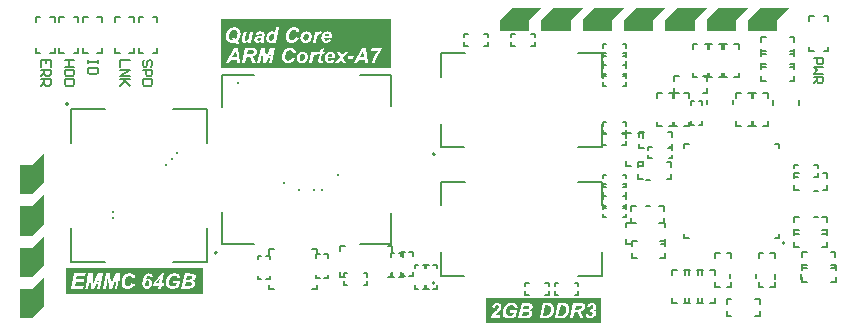
<source format=gto>
G04*
G04 #@! TF.GenerationSoftware,Altium Limited,Altium Designer,22.5.1 (42)*
G04*
G04 Layer_Color=65535*
%FSLAX24Y24*%
%MOIN*%
G70*
G04*
G04 #@! TF.SameCoordinates,15B8646E-C553-4937-87EE-17013A6B0CAB*
G04*
G04*
G04 #@! TF.FilePolarity,Positive*
G04*
G01*
G75*
%ADD10C,0.0079*%
%ADD11C,0.0098*%
%ADD12C,0.0091*%
%ADD13C,0.0050*%
%ADD14C,0.0059*%
G36*
X25000Y11417D02*
Y11024D01*
X24016D01*
Y11417D01*
X24409Y11811D01*
X25394D01*
X25000Y11417D01*
D02*
G37*
G36*
X23622D02*
Y11024D01*
X22638D01*
Y11417D01*
X23031Y11811D01*
X24016D01*
X23622Y11417D01*
D02*
G37*
G36*
X22244D02*
Y11024D01*
X21260D01*
Y11417D01*
X21654Y11811D01*
X22638D01*
X22244Y11417D01*
D02*
G37*
G36*
X20866D02*
Y11024D01*
X19882D01*
Y11417D01*
X20276Y11811D01*
X21260D01*
X20866Y11417D01*
D02*
G37*
G36*
X19488D02*
Y11024D01*
X18504D01*
Y11417D01*
X18898Y11811D01*
X19882D01*
X19488Y11417D01*
D02*
G37*
G36*
X18110D02*
Y11024D01*
X17126D01*
Y11417D01*
X17520Y11811D01*
X18504D01*
X18110Y11417D01*
D02*
G37*
G36*
X16732D02*
Y11024D01*
X15748D01*
Y11417D01*
X16142Y11811D01*
X17126D01*
X16732Y11417D01*
D02*
G37*
G36*
X551Y5984D02*
X157Y5591D01*
X-236D01*
Y6575D01*
X157D01*
X551Y6969D01*
Y5984D01*
D02*
G37*
G36*
Y4606D02*
X157Y4213D01*
X-236D01*
Y5197D01*
X157D01*
X551Y5591D01*
Y4606D01*
D02*
G37*
G36*
Y3228D02*
X157Y2835D01*
X-236D01*
Y3819D01*
X157D01*
X551Y4213D01*
Y3228D01*
D02*
G37*
G36*
Y1850D02*
X157Y1457D01*
X-236D01*
Y2441D01*
X157D01*
X551Y2835D01*
Y1850D01*
D02*
G37*
G36*
X12118Y10583D02*
Y9803D01*
X6457D01*
Y10583D01*
Y11421D01*
X12118D01*
Y10583D01*
D02*
G37*
G36*
X5846Y2283D02*
X1299D01*
Y3140D01*
X5846D01*
Y2283D01*
D02*
G37*
G36*
X19119Y2138D02*
Y1300D01*
X15281D01*
Y2138D01*
X19119D01*
D02*
G37*
%LPC*%
G36*
X8885Y11162D02*
X8879D01*
X8866Y11162D01*
X8853Y11161D01*
X8840Y11158D01*
X8828Y11156D01*
X8816Y11153D01*
X8805Y11150D01*
X8794Y11147D01*
X8785Y11143D01*
X8776Y11140D01*
X8768Y11136D01*
X8761Y11133D01*
X8756Y11130D01*
X8751Y11128D01*
X8748Y11126D01*
X8745Y11125D01*
X8745Y11124D01*
X8733Y11117D01*
X8723Y11109D01*
X8713Y11100D01*
X8704Y11091D01*
X8695Y11082D01*
X8687Y11073D01*
X8680Y11064D01*
X8673Y11055D01*
X8667Y11047D01*
X8662Y11040D01*
X8658Y11033D01*
X8654Y11027D01*
X8651Y11022D01*
X8649Y11018D01*
X8649Y11017D01*
X8648Y11016D01*
X8648Y11015D01*
Y11015D01*
X8642Y11002D01*
X8637Y10988D01*
X8632Y10974D01*
X8628Y10960D01*
X8625Y10947D01*
X8622Y10934D01*
X8619Y10922D01*
X8618Y10910D01*
X8616Y10899D01*
X8615Y10889D01*
X8614Y10880D01*
X8614Y10872D01*
X8614Y10869D01*
Y10866D01*
X8613Y10864D01*
Y10858D01*
X8614Y10839D01*
X8615Y10820D01*
X8618Y10804D01*
X8621Y10788D01*
X8625Y10773D01*
X8630Y10760D01*
X8634Y10748D01*
X8639Y10737D01*
X8644Y10728D01*
X8649Y10719D01*
X8653Y10712D01*
X8657Y10706D01*
X8660Y10702D01*
X8663Y10699D01*
X8664Y10697D01*
X8665Y10696D01*
X8675Y10686D01*
X8686Y10678D01*
X8698Y10671D01*
X8709Y10664D01*
X8721Y10659D01*
X8733Y10654D01*
X8745Y10651D01*
X8757Y10648D01*
X8768Y10646D01*
X8777Y10644D01*
X8787Y10643D01*
X8794Y10642D01*
X8797D01*
X8801Y10641D01*
X8803D01*
X8805Y10641D01*
X8809D01*
X8825Y10641D01*
X8839Y10643D01*
X8853Y10645D01*
X8867Y10648D01*
X8879Y10651D01*
X8891Y10655D01*
X8902Y10659D01*
X8912Y10663D01*
X8921Y10667D01*
X8929Y10671D01*
X8936Y10675D01*
X8942Y10678D01*
X8947Y10681D01*
X8950Y10683D01*
X8952Y10685D01*
X8953Y10685D01*
X8964Y10694D01*
X8974Y10704D01*
X8984Y10714D01*
X8993Y10725D01*
X9001Y10735D01*
X9009Y10746D01*
X9015Y10757D01*
X9022Y10767D01*
X9027Y10777D01*
X9032Y10786D01*
X9036Y10794D01*
X9039Y10801D01*
X9041Y10807D01*
X9042Y10809D01*
X9043Y10811D01*
X9044Y10813D01*
X9044Y10814D01*
X9045Y10814D01*
Y10815D01*
X8940Y10831D01*
X8937Y10821D01*
X8933Y10813D01*
X8929Y10805D01*
X8925Y10797D01*
X8921Y10790D01*
X8917Y10784D01*
X8913Y10778D01*
X8909Y10773D01*
X8905Y10768D01*
X8902Y10764D01*
X8898Y10761D01*
X8895Y10758D01*
X8893Y10756D01*
X8891Y10754D01*
X8890Y10754D01*
X8890Y10753D01*
X8884Y10749D01*
X8877Y10745D01*
X8871Y10741D01*
X8864Y10738D01*
X8858Y10736D01*
X8852Y10734D01*
X8846Y10732D01*
X8841Y10731D01*
X8836Y10730D01*
X8831Y10729D01*
X8827Y10728D01*
X8823Y10728D01*
X8820Y10728D01*
X8816D01*
X8808Y10728D01*
X8801Y10729D01*
X8794Y10730D01*
X8787Y10733D01*
X8781Y10735D01*
X8775Y10738D01*
X8769Y10741D01*
X8764Y10744D01*
X8760Y10747D01*
X8756Y10750D01*
X8752Y10753D01*
X8749Y10755D01*
X8747Y10757D01*
X8746Y10759D01*
X8745Y10760D01*
X8744Y10760D01*
X8739Y10767D01*
X8735Y10774D01*
X8731Y10781D01*
X8728Y10789D01*
X8725Y10797D01*
X8722Y10804D01*
X8721Y10812D01*
X8719Y10820D01*
X8718Y10827D01*
X8717Y10833D01*
X8716Y10839D01*
X8716Y10844D01*
Y10848D01*
X8716Y10851D01*
Y10853D01*
Y10854D01*
X8716Y10864D01*
X8717Y10875D01*
X8718Y10885D01*
X8719Y10895D01*
X8721Y10904D01*
X8722Y10914D01*
X8725Y10922D01*
X8727Y10930D01*
X8729Y10938D01*
X8731Y10944D01*
X8733Y10950D01*
X8734Y10955D01*
X8736Y10959D01*
X8737Y10962D01*
X8737Y10964D01*
X8738Y10965D01*
X8742Y10975D01*
X8747Y10984D01*
X8752Y10993D01*
X8756Y11001D01*
X8761Y11009D01*
X8766Y11015D01*
X8771Y11021D01*
X8776Y11027D01*
X8780Y11031D01*
X8784Y11035D01*
X8788Y11039D01*
X8791Y11042D01*
X8793Y11044D01*
X8796Y11046D01*
X8797Y11046D01*
X8797Y11047D01*
X8804Y11051D01*
X8811Y11055D01*
X8819Y11059D01*
X8825Y11062D01*
X8832Y11065D01*
X8839Y11066D01*
X8845Y11068D01*
X8851Y11070D01*
X8857Y11071D01*
X8862Y11071D01*
X8866Y11072D01*
X8870Y11073D01*
X8873Y11073D01*
X8877D01*
X8884Y11073D01*
X8891Y11072D01*
X8898Y11071D01*
X8903Y11070D01*
X8909Y11068D01*
X8914Y11067D01*
X8919Y11065D01*
X8923Y11063D01*
X8927Y11061D01*
X8930Y11059D01*
X8933Y11058D01*
X8935Y11056D01*
X8937Y11055D01*
X8939Y11054D01*
X8939Y11053D01*
X8940Y11053D01*
X8944Y11049D01*
X8948Y11045D01*
X8951Y11040D01*
X8955Y11035D01*
X8960Y11024D01*
X8965Y11014D01*
X8966Y11009D01*
X8968Y11005D01*
X8969Y11001D01*
X8970Y10997D01*
X8971Y10994D01*
X8971Y10991D01*
X8972Y10990D01*
Y10990D01*
X9071Y10999D01*
X9069Y11013D01*
X9066Y11026D01*
X9062Y11038D01*
X9058Y11049D01*
X9053Y11060D01*
X9048Y11070D01*
X9043Y11079D01*
X9038Y11087D01*
X9033Y11094D01*
X9028Y11100D01*
X9023Y11106D01*
X9019Y11110D01*
X9016Y11114D01*
X9014Y11116D01*
X9012Y11118D01*
X9011Y11118D01*
X9002Y11126D01*
X8991Y11133D01*
X8981Y11138D01*
X8970Y11144D01*
X8959Y11148D01*
X8948Y11151D01*
X8937Y11154D01*
X8927Y11157D01*
X8917Y11158D01*
X8908Y11160D01*
X8900Y11161D01*
X8893Y11161D01*
X8887Y11162D01*
X8885Y11162D01*
D02*
G37*
G36*
X8397Y11154D02*
X8298D01*
X8257Y10965D01*
X8250Y10975D01*
X8242Y10984D01*
X8233Y10992D01*
X8224Y10999D01*
X8215Y11005D01*
X8205Y11009D01*
X8196Y11013D01*
X8187Y11016D01*
X8179Y11019D01*
X8171Y11021D01*
X8164Y11022D01*
X8158Y11023D01*
X8152Y11023D01*
X8148Y11023D01*
X8145D01*
X8138Y11023D01*
X8130Y11023D01*
X8123Y11022D01*
X8116Y11021D01*
X8103Y11017D01*
X8090Y11013D01*
X8078Y11007D01*
X8067Y11001D01*
X8057Y10995D01*
X8048Y10988D01*
X8040Y10981D01*
X8033Y10975D01*
X8027Y10969D01*
X8022Y10964D01*
X8018Y10959D01*
X8015Y10955D01*
X8014Y10954D01*
X8013Y10953D01*
X8013Y10953D01*
Y10952D01*
X8004Y10939D01*
X7996Y10925D01*
X7990Y10911D01*
X7984Y10898D01*
X7979Y10884D01*
X7975Y10871D01*
X7972Y10859D01*
X7969Y10847D01*
X7967Y10836D01*
X7965Y10825D01*
X7964Y10817D01*
X7964Y10809D01*
X7963Y10806D01*
Y10802D01*
Y10800D01*
X7963Y10798D01*
Y10794D01*
X7963Y10780D01*
X7964Y10768D01*
X7966Y10756D01*
X7968Y10744D01*
X7971Y10734D01*
X7974Y10725D01*
X7977Y10716D01*
X7980Y10709D01*
X7984Y10702D01*
X7987Y10696D01*
X7990Y10691D01*
X7992Y10687D01*
X7994Y10684D01*
X7996Y10682D01*
X7997Y10680D01*
X7998Y10680D01*
X8005Y10673D01*
X8012Y10667D01*
X8019Y10662D01*
X8027Y10658D01*
X8035Y10654D01*
X8043Y10651D01*
X8050Y10648D01*
X8057Y10646D01*
X8064Y10645D01*
X8070Y10643D01*
X8076Y10642D01*
X8080Y10642D01*
X8084Y10642D01*
X8087Y10641D01*
X8090D01*
X8102Y10642D01*
X8113Y10643D01*
X8123Y10645D01*
X8127Y10646D01*
X8131Y10647D01*
X8135Y10648D01*
X8139Y10649D01*
X8142Y10650D01*
X8144Y10650D01*
X8146Y10651D01*
X8147Y10652D01*
X8148Y10652D01*
X8148D01*
X8158Y10657D01*
X8168Y10663D01*
X8177Y10669D01*
X8185Y10675D01*
X8188Y10678D01*
X8191Y10681D01*
X8194Y10683D01*
X8197Y10685D01*
X8199Y10687D01*
X8200Y10689D01*
X8201Y10689D01*
X8201Y10690D01*
X8193Y10650D01*
X8287D01*
X8397Y11154D01*
D02*
G37*
G36*
X9776Y11023D02*
X9772D01*
X9767Y11023D01*
X9761Y11023D01*
X9755Y11022D01*
X9750Y11020D01*
X9740Y11016D01*
X9730Y11011D01*
X9720Y11005D01*
X9711Y10998D01*
X9702Y10991D01*
X9694Y10984D01*
X9687Y10976D01*
X9680Y10969D01*
X9675Y10963D01*
X9670Y10956D01*
X9666Y10951D01*
X9663Y10947D01*
X9662Y10946D01*
X9662Y10945D01*
X9661Y10944D01*
X9675Y11015D01*
X9583D01*
X9507Y10650D01*
X9605D01*
X9629Y10764D01*
X9632Y10777D01*
X9635Y10789D01*
X9637Y10800D01*
X9640Y10809D01*
X9642Y10819D01*
X9645Y10827D01*
X9647Y10835D01*
X9649Y10841D01*
X9651Y10847D01*
X9653Y10852D01*
X9655Y10856D01*
X9656Y10860D01*
X9657Y10863D01*
X9658Y10864D01*
X9658Y10865D01*
Y10866D01*
X9664Y10877D01*
X9671Y10888D01*
X9678Y10896D01*
X9681Y10900D01*
X9685Y10904D01*
X9687Y10907D01*
X9690Y10910D01*
X9693Y10912D01*
X9695Y10914D01*
X9697Y10916D01*
X9698Y10917D01*
X9699Y10917D01*
X9699Y10918D01*
X9705Y10921D01*
X9709Y10924D01*
X9714Y10927D01*
X9719Y10929D01*
X9727Y10932D01*
X9735Y10934D01*
X9739Y10935D01*
X9742Y10936D01*
X9745Y10936D01*
X9747Y10936D01*
X9749Y10937D01*
X9751D01*
X9757Y10936D01*
X9762Y10936D01*
X9767Y10935D01*
X9772Y10934D01*
X9775Y10933D01*
X9778Y10932D01*
X9780Y10932D01*
X9780Y10932D01*
X9799Y10972D01*
X9818Y11013D01*
X9809Y11016D01*
X9801Y11019D01*
X9799Y11019D01*
X9793Y11021D01*
X9786Y11022D01*
X9780Y11023D01*
X9778Y11023D01*
X9776Y11023D01*
D02*
G37*
G36*
X7524Y11015D02*
X7425D01*
X7386Y10841D01*
X7384Y10835D01*
X7383Y10829D01*
X7382Y10824D01*
X7380Y10820D01*
X7379Y10815D01*
X7378Y10811D01*
X7377Y10808D01*
X7376Y10804D01*
X7375Y10801D01*
X7375Y10799D01*
X7374Y10797D01*
X7373Y10795D01*
X7373Y10794D01*
X7373Y10793D01*
X7372Y10792D01*
Y10792D01*
X7369Y10784D01*
X7366Y10777D01*
X7363Y10771D01*
X7360Y10766D01*
X7358Y10762D01*
X7356Y10759D01*
X7355Y10757D01*
X7354Y10756D01*
X7351Y10752D01*
X7347Y10747D01*
X7343Y10743D01*
X7340Y10739D01*
X7337Y10736D01*
X7335Y10734D01*
X7333Y10733D01*
X7333Y10732D01*
X7328Y10729D01*
X7324Y10725D01*
X7320Y10723D01*
X7316Y10721D01*
X7313Y10719D01*
X7311Y10718D01*
X7309Y10717D01*
X7309Y10717D01*
X7305Y10715D01*
X7301Y10714D01*
X7297Y10713D01*
X7293Y10712D01*
X7290Y10712D01*
X7288Y10711D01*
X7286D01*
X7280Y10712D01*
X7274Y10713D01*
X7270Y10715D01*
X7266Y10717D01*
X7263Y10719D01*
X7261Y10721D01*
X7259Y10722D01*
X7259Y10723D01*
X7255Y10727D01*
X7253Y10732D01*
X7251Y10736D01*
X7250Y10741D01*
X7249Y10744D01*
X7248Y10747D01*
Y10749D01*
Y10750D01*
Y10752D01*
X7249Y10755D01*
X7249Y10758D01*
X7250Y10761D01*
X7251Y10769D01*
X7253Y10778D01*
X7254Y10786D01*
X7255Y10789D01*
X7256Y10792D01*
X7257Y10795D01*
X7257Y10797D01*
X7257Y10798D01*
Y10798D01*
X7306Y11015D01*
X7207D01*
X7162Y10811D01*
X7159Y10801D01*
X7158Y10792D01*
X7156Y10783D01*
X7154Y10776D01*
X7153Y10769D01*
X7152Y10762D01*
X7151Y10757D01*
X7151Y10752D01*
X7150Y10748D01*
X7150Y10745D01*
X7150Y10742D01*
Y10740D01*
X7149Y10738D01*
Y10736D01*
X7150Y10728D01*
X7150Y10721D01*
X7151Y10713D01*
X7153Y10707D01*
X7155Y10701D01*
X7157Y10695D01*
X7159Y10690D01*
X7161Y10685D01*
X7163Y10681D01*
X7165Y10677D01*
X7167Y10674D01*
X7169Y10671D01*
X7171Y10669D01*
X7172Y10668D01*
X7173Y10667D01*
X7173Y10667D01*
X7178Y10662D01*
X7182Y10658D01*
X7188Y10655D01*
X7193Y10652D01*
X7198Y10650D01*
X7204Y10647D01*
X7209Y10646D01*
X7214Y10645D01*
X7219Y10643D01*
X7224Y10643D01*
X7228Y10642D01*
X7231Y10642D01*
X7234Y10641D01*
X7238D01*
X7250Y10642D01*
X7262Y10644D01*
X7274Y10646D01*
X7285Y10650D01*
X7295Y10654D01*
X7305Y10659D01*
X7315Y10664D01*
X7323Y10670D01*
X7331Y10675D01*
X7338Y10680D01*
X7344Y10685D01*
X7349Y10689D01*
X7354Y10693D01*
X7357Y10695D01*
X7359Y10697D01*
X7359Y10698D01*
X7349Y10650D01*
X7442D01*
X7524Y11015D01*
D02*
G37*
G36*
X7774Y11023D02*
X7767D01*
X7755Y11023D01*
X7743Y11022D01*
X7732Y11021D01*
X7722Y11019D01*
X7712Y11017D01*
X7703Y11015D01*
X7695Y11012D01*
X7688Y11010D01*
X7681Y11007D01*
X7675Y11005D01*
X7670Y11002D01*
X7666Y11000D01*
X7663Y10998D01*
X7660Y10997D01*
X7659Y10996D01*
X7658Y10996D01*
X7651Y10990D01*
X7644Y10985D01*
X7638Y10979D01*
X7632Y10972D01*
X7627Y10966D01*
X7622Y10960D01*
X7618Y10954D01*
X7615Y10947D01*
X7612Y10942D01*
X7609Y10936D01*
X7606Y10932D01*
X7605Y10928D01*
X7603Y10924D01*
X7602Y10922D01*
X7602Y10920D01*
X7601Y10920D01*
X7697Y10912D01*
X7700Y10919D01*
X7703Y10925D01*
X7706Y10930D01*
X7710Y10934D01*
X7713Y10938D01*
X7715Y10940D01*
X7717Y10942D01*
X7718Y10942D01*
X7724Y10946D01*
X7731Y10948D01*
X7738Y10951D01*
X7744Y10952D01*
X7751Y10952D01*
X7753Y10953D01*
X7755Y10953D01*
X7760D01*
X7768Y10953D01*
X7776Y10951D01*
X7783Y10950D01*
X7788Y10948D01*
X7792Y10946D01*
X7795Y10944D01*
X7797Y10943D01*
X7798Y10942D01*
X7802Y10938D01*
X7805Y10934D01*
X7807Y10930D01*
X7809Y10925D01*
X7810Y10922D01*
X7810Y10919D01*
X7810Y10917D01*
Y10916D01*
Y10916D01*
X7810Y10911D01*
X7809Y10906D01*
X7808Y10900D01*
X7807Y10895D01*
X7806Y10891D01*
X7805Y10887D01*
X7804Y10885D01*
X7804Y10884D01*
X7804Y10884D01*
Y10883D01*
X7799Y10882D01*
X7793Y10880D01*
X7786Y10879D01*
X7779Y10877D01*
X7771Y10876D01*
X7764Y10875D01*
X7748Y10873D01*
X7740Y10872D01*
X7733Y10871D01*
X7727Y10871D01*
X7721Y10870D01*
X7716Y10870D01*
X7713Y10869D01*
X7712Y10869D01*
X7710D01*
X7695Y10868D01*
X7681Y10865D01*
X7668Y10863D01*
X7657Y10860D01*
X7646Y10857D01*
X7637Y10854D01*
X7628Y10851D01*
X7621Y10848D01*
X7614Y10845D01*
X7609Y10841D01*
X7604Y10839D01*
X7601Y10836D01*
X7598Y10834D01*
X7596Y10833D01*
X7594Y10832D01*
X7594Y10831D01*
X7588Y10825D01*
X7584Y10819D01*
X7579Y10812D01*
X7576Y10805D01*
X7572Y10798D01*
X7570Y10791D01*
X7567Y10784D01*
X7566Y10778D01*
X7564Y10772D01*
X7563Y10766D01*
X7563Y10761D01*
X7562Y10756D01*
Y10753D01*
X7562Y10750D01*
Y10748D01*
X7562Y10739D01*
X7563Y10731D01*
X7565Y10723D01*
X7566Y10716D01*
X7569Y10709D01*
X7571Y10703D01*
X7574Y10697D01*
X7577Y10691D01*
X7579Y10687D01*
X7582Y10683D01*
X7584Y10679D01*
X7586Y10676D01*
X7589Y10674D01*
X7590Y10672D01*
X7591Y10671D01*
X7591Y10671D01*
X7597Y10666D01*
X7603Y10661D01*
X7609Y10657D01*
X7615Y10654D01*
X7621Y10651D01*
X7628Y10649D01*
X7634Y10646D01*
X7640Y10645D01*
X7645Y10644D01*
X7650Y10643D01*
X7654Y10642D01*
X7658Y10642D01*
X7661D01*
X7664Y10641D01*
X7666D01*
X7676Y10642D01*
X7687Y10643D01*
X7696Y10645D01*
X7705Y10648D01*
X7708Y10649D01*
X7712Y10650D01*
X7715Y10651D01*
X7717Y10652D01*
X7719Y10653D01*
X7721Y10654D01*
X7722Y10654D01*
X7722D01*
X7732Y10659D01*
X7742Y10665D01*
X7751Y10671D01*
X7758Y10678D01*
X7761Y10680D01*
X7764Y10683D01*
X7767Y10685D01*
X7768Y10687D01*
X7770Y10689D01*
X7771Y10690D01*
X7772Y10691D01*
X7772Y10691D01*
X7773Y10683D01*
X7774Y10675D01*
X7775Y10669D01*
X7776Y10662D01*
X7778Y10657D01*
X7779Y10653D01*
X7779Y10652D01*
X7779Y10651D01*
X7780Y10650D01*
Y10650D01*
X7875D01*
X7873Y10661D01*
X7871Y10670D01*
X7869Y10679D01*
X7869Y10686D01*
X7868Y10690D01*
X7868Y10693D01*
Y10695D01*
X7867Y10698D01*
Y10699D01*
Y10701D01*
Y10701D01*
Y10702D01*
Y10707D01*
X7868Y10713D01*
X7869Y10720D01*
X7870Y10727D01*
X7872Y10742D01*
X7875Y10757D01*
X7876Y10764D01*
X7877Y10771D01*
X7878Y10777D01*
X7879Y10782D01*
X7880Y10787D01*
X7881Y10790D01*
X7882Y10792D01*
Y10793D01*
X7885Y10807D01*
X7887Y10820D01*
X7890Y10831D01*
X7892Y10841D01*
X7894Y10851D01*
X7896Y10859D01*
X7897Y10865D01*
X7898Y10871D01*
X7899Y10876D01*
X7900Y10880D01*
X7901Y10884D01*
X7901Y10887D01*
X7902Y10888D01*
X7902Y10889D01*
Y10890D01*
Y10891D01*
X7903Y10897D01*
X7904Y10904D01*
X7905Y10910D01*
X7905Y10915D01*
X7905Y10919D01*
Y10926D01*
X7905Y10933D01*
X7904Y10940D01*
X7902Y10947D01*
X7900Y10954D01*
X7897Y10960D01*
X7895Y10966D01*
X7891Y10971D01*
X7889Y10976D01*
X7885Y10980D01*
X7882Y10984D01*
X7879Y10987D01*
X7877Y10990D01*
X7875Y10992D01*
X7873Y10994D01*
X7872Y10995D01*
X7871Y10995D01*
X7865Y11000D01*
X7857Y11005D01*
X7849Y11008D01*
X7841Y11011D01*
X7832Y11014D01*
X7824Y11017D01*
X7815Y11018D01*
X7807Y11020D01*
X7799Y11021D01*
X7791Y11022D01*
X7785Y11023D01*
X7779Y11023D01*
X7774Y11023D01*
D02*
G37*
G36*
X10005D02*
X10002D01*
X9992Y11023D01*
X9983Y11023D01*
X9974Y11022D01*
X9965Y11020D01*
X9948Y11016D01*
X9933Y11011D01*
X9918Y11005D01*
X9905Y10998D01*
X9893Y10991D01*
X9882Y10984D01*
X9872Y10976D01*
X9864Y10969D01*
X9857Y10963D01*
X9851Y10956D01*
X9846Y10951D01*
X9843Y10947D01*
X9842Y10946D01*
X9841Y10945D01*
X9841Y10944D01*
Y10944D01*
X9833Y10933D01*
X9827Y10922D01*
X9821Y10910D01*
X9817Y10899D01*
X9813Y10887D01*
X9809Y10876D01*
X9806Y10866D01*
X9804Y10856D01*
X9803Y10846D01*
X9801Y10838D01*
X9801Y10830D01*
X9800Y10824D01*
X9800Y10818D01*
X9799Y10816D01*
Y10814D01*
Y10813D01*
Y10812D01*
Y10811D01*
Y10811D01*
X9800Y10797D01*
X9801Y10784D01*
X9804Y10771D01*
X9806Y10759D01*
X9810Y10748D01*
X9814Y10738D01*
X9818Y10729D01*
X9822Y10720D01*
X9826Y10713D01*
X9830Y10706D01*
X9834Y10701D01*
X9838Y10696D01*
X9841Y10692D01*
X9843Y10690D01*
X9845Y10688D01*
X9845Y10687D01*
X9854Y10679D01*
X9864Y10672D01*
X9873Y10666D01*
X9883Y10661D01*
X9893Y10656D01*
X9903Y10653D01*
X9913Y10650D01*
X9922Y10647D01*
X9931Y10645D01*
X9939Y10644D01*
X9946Y10643D01*
X9952Y10642D01*
X9958Y10642D01*
X9962Y10641D01*
X9965D01*
X9975Y10642D01*
X9984Y10642D01*
X9994Y10644D01*
X10003Y10645D01*
X10011Y10647D01*
X10019Y10650D01*
X10026Y10652D01*
X10033Y10655D01*
X10039Y10657D01*
X10045Y10659D01*
X10050Y10662D01*
X10054Y10664D01*
X10057Y10665D01*
X10060Y10667D01*
X10061Y10667D01*
X10062Y10668D01*
X10070Y10673D01*
X10077Y10679D01*
X10084Y10685D01*
X10091Y10691D01*
X10097Y10698D01*
X10102Y10705D01*
X10108Y10711D01*
X10113Y10718D01*
X10117Y10724D01*
X10120Y10729D01*
X10123Y10734D01*
X10126Y10739D01*
X10128Y10742D01*
X10130Y10745D01*
X10130Y10747D01*
X10131Y10748D01*
X10042Y10762D01*
X10037Y10753D01*
X10031Y10746D01*
X10025Y10739D01*
X10019Y10733D01*
X10012Y10728D01*
X10006Y10724D01*
X9999Y10721D01*
X9994Y10718D01*
X9988Y10716D01*
X9982Y10714D01*
X9978Y10713D01*
X9973Y10712D01*
X9970Y10712D01*
X9967Y10711D01*
X9965D01*
X9960Y10712D01*
X9955Y10713D01*
X9950Y10714D01*
X9945Y10715D01*
X9936Y10718D01*
X9929Y10723D01*
X9925Y10725D01*
X9923Y10727D01*
X9920Y10729D01*
X9918Y10730D01*
X9917Y10732D01*
X9916Y10733D01*
X9915Y10733D01*
X9915Y10734D01*
X9911Y10738D01*
X9908Y10742D01*
X9905Y10748D01*
X9903Y10752D01*
X9901Y10757D01*
X9899Y10762D01*
X9896Y10771D01*
X9896Y10776D01*
X9895Y10780D01*
X9895Y10783D01*
X9894Y10786D01*
X9894Y10789D01*
Y10791D01*
Y10792D01*
Y10792D01*
Y10795D01*
X9894Y10798D01*
Y10800D01*
Y10801D01*
Y10801D01*
X10142D01*
X10144Y10812D01*
X10146Y10823D01*
X10147Y10834D01*
X10148Y10844D01*
Y10849D01*
X10148Y10853D01*
Y10856D01*
X10149Y10860D01*
Y10865D01*
X10148Y10879D01*
X10147Y10892D01*
X10145Y10904D01*
X10142Y10915D01*
X10140Y10926D01*
X10136Y10935D01*
X10133Y10944D01*
X10129Y10952D01*
X10125Y10959D01*
X10122Y10965D01*
X10118Y10970D01*
X10115Y10974D01*
X10113Y10978D01*
X10111Y10980D01*
X10109Y10982D01*
X10109Y10982D01*
X10101Y10989D01*
X10093Y10996D01*
X10085Y11001D01*
X10075Y11006D01*
X10067Y11010D01*
X10058Y11013D01*
X10049Y11016D01*
X10041Y11018D01*
X10033Y11020D01*
X10026Y11021D01*
X10019Y11022D01*
X10013Y11023D01*
X10009Y11023D01*
X10005Y11023D01*
D02*
G37*
G36*
X9310D02*
X9305D01*
X9288Y11023D01*
X9272Y11021D01*
X9256Y11018D01*
X9242Y11014D01*
X9229Y11010D01*
X9216Y11005D01*
X9205Y10999D01*
X9195Y10993D01*
X9185Y10988D01*
X9177Y10982D01*
X9171Y10977D01*
X9165Y10972D01*
X9160Y10968D01*
X9157Y10966D01*
X9155Y10964D01*
X9155Y10963D01*
X9144Y10951D01*
X9136Y10939D01*
X9128Y10926D01*
X9121Y10912D01*
X9116Y10899D01*
X9111Y10885D01*
X9108Y10872D01*
X9105Y10860D01*
X9102Y10848D01*
X9100Y10837D01*
X9099Y10827D01*
X9099Y10822D01*
X9098Y10818D01*
Y10814D01*
X9098Y10811D01*
Y10808D01*
X9097Y10806D01*
Y10801D01*
X9098Y10793D01*
X9098Y10785D01*
X9100Y10770D01*
X9102Y10764D01*
X9104Y10757D01*
X9105Y10750D01*
X9107Y10745D01*
X9109Y10739D01*
X9110Y10734D01*
X9112Y10730D01*
X9114Y10727D01*
X9115Y10724D01*
X9116Y10722D01*
X9116Y10721D01*
X9117Y10720D01*
X9121Y10713D01*
X9125Y10707D01*
X9129Y10701D01*
X9134Y10695D01*
X9139Y10690D01*
X9144Y10685D01*
X9149Y10681D01*
X9154Y10677D01*
X9158Y10673D01*
X9163Y10670D01*
X9166Y10667D01*
X9169Y10666D01*
X9172Y10664D01*
X9174Y10663D01*
X9176Y10662D01*
X9176Y10662D01*
X9184Y10658D01*
X9191Y10655D01*
X9199Y10652D01*
X9207Y10650D01*
X9223Y10646D01*
X9230Y10645D01*
X9237Y10644D01*
X9243Y10643D01*
X9249Y10642D01*
X9255Y10642D01*
X9259Y10642D01*
X9263Y10641D01*
X9268D01*
X9276Y10642D01*
X9285Y10642D01*
X9302Y10644D01*
X9317Y10647D01*
X9331Y10651D01*
X9345Y10656D01*
X9358Y10662D01*
X9369Y10667D01*
X9379Y10674D01*
X9389Y10679D01*
X9397Y10685D01*
X9404Y10691D01*
X9409Y10695D01*
X9414Y10700D01*
X9417Y10703D01*
X9419Y10705D01*
X9420Y10706D01*
X9429Y10718D01*
X9438Y10731D01*
X9446Y10744D01*
X9452Y10757D01*
X9458Y10770D01*
X9462Y10782D01*
X9466Y10795D01*
X9469Y10806D01*
X9472Y10817D01*
X9473Y10828D01*
X9474Y10836D01*
X9476Y10844D01*
Y10847D01*
X9476Y10850D01*
Y10853D01*
X9476Y10855D01*
Y10859D01*
X9476Y10873D01*
X9474Y10886D01*
X9472Y10898D01*
X9469Y10910D01*
X9466Y10920D01*
X9462Y10930D01*
X9458Y10939D01*
X9454Y10947D01*
X9449Y10954D01*
X9445Y10961D01*
X9441Y10966D01*
X9438Y10971D01*
X9435Y10974D01*
X9433Y10976D01*
X9431Y10978D01*
X9431Y10979D01*
X9422Y10987D01*
X9412Y10994D01*
X9402Y10999D01*
X9392Y11005D01*
X9381Y11009D01*
X9371Y11013D01*
X9361Y11015D01*
X9351Y11018D01*
X9341Y11020D01*
X9333Y11021D01*
X9325Y11022D01*
X9318Y11023D01*
X9312Y11023D01*
X9310Y11023D01*
D02*
G37*
G36*
X6900Y11162D02*
X6896D01*
X6881Y11162D01*
X6866Y11160D01*
X6852Y11158D01*
X6838Y11156D01*
X6825Y11153D01*
X6813Y11149D01*
X6802Y11145D01*
X6792Y11142D01*
X6782Y11138D01*
X6774Y11134D01*
X6767Y11130D01*
X6761Y11128D01*
X6756Y11125D01*
X6752Y11123D01*
X6750Y11121D01*
X6750Y11121D01*
X6749D01*
X6738Y11113D01*
X6726Y11104D01*
X6716Y11095D01*
X6707Y11085D01*
X6698Y11075D01*
X6690Y11065D01*
X6682Y11055D01*
X6675Y11046D01*
X6669Y11037D01*
X6664Y11029D01*
X6660Y11021D01*
X6656Y11015D01*
X6653Y11010D01*
X6652Y11007D01*
X6651Y11005D01*
X6651Y11004D01*
X6650Y11003D01*
X6649Y11002D01*
Y11002D01*
X6643Y10987D01*
X6638Y10973D01*
X6633Y10959D01*
X6629Y10945D01*
X6626Y10932D01*
X6623Y10919D01*
X6620Y10907D01*
X6619Y10896D01*
X6617Y10886D01*
X6616Y10877D01*
X6615Y10869D01*
X6615Y10862D01*
X6615Y10856D01*
X6614Y10854D01*
Y10849D01*
X6615Y10832D01*
X6617Y10816D01*
X6619Y10800D01*
X6623Y10786D01*
X6627Y10773D01*
X6632Y10760D01*
X6637Y10749D01*
X6643Y10739D01*
X6648Y10730D01*
X6653Y10721D01*
X6658Y10714D01*
X6662Y10709D01*
X6666Y10704D01*
X6668Y10701D01*
X6670Y10699D01*
X6671Y10698D01*
X6682Y10688D01*
X6694Y10679D01*
X6706Y10672D01*
X6718Y10665D01*
X6731Y10659D01*
X6743Y10655D01*
X6755Y10651D01*
X6767Y10648D01*
X6778Y10646D01*
X6788Y10644D01*
X6797Y10643D01*
X6805Y10642D01*
X6808Y10642D01*
X6811Y10641D01*
X6814D01*
X6816Y10641D01*
X6820D01*
X6830Y10641D01*
X6839Y10642D01*
X6849Y10642D01*
X6857Y10643D01*
X6860Y10644D01*
X6864Y10644D01*
X6866Y10645D01*
X6869Y10645D01*
X6870Y10645D01*
X6872D01*
X6873Y10646D01*
X6873D01*
X6882Y10647D01*
X6892Y10650D01*
X6900Y10652D01*
X6908Y10654D01*
X6911Y10655D01*
X6914Y10656D01*
X6917Y10657D01*
X6919Y10658D01*
X6920Y10659D01*
X6922Y10659D01*
X6922Y10659D01*
X6923D01*
X6930Y10650D01*
X6938Y10641D01*
X6946Y10632D01*
X6954Y10625D01*
X6961Y10618D01*
X6969Y10612D01*
X6976Y10606D01*
X6982Y10601D01*
X6988Y10597D01*
X6994Y10593D01*
X6999Y10590D01*
X7003Y10587D01*
X7007Y10585D01*
X7009Y10584D01*
X7011Y10583D01*
X7011Y10583D01*
X7060Y10647D01*
X7047Y10655D01*
X7034Y10664D01*
X7022Y10673D01*
X7017Y10677D01*
X7012Y10681D01*
X7007Y10685D01*
X7003Y10688D01*
X7000Y10691D01*
X6997Y10694D01*
X6994Y10697D01*
X6992Y10698D01*
X6991Y10699D01*
X6991Y10699D01*
X7000Y10708D01*
X7009Y10716D01*
X7017Y10725D01*
X7025Y10734D01*
X7033Y10744D01*
X7040Y10753D01*
X7046Y10762D01*
X7051Y10770D01*
X7056Y10778D01*
X7061Y10785D01*
X7064Y10792D01*
X7068Y10798D01*
X7070Y10802D01*
X7072Y10806D01*
X7073Y10808D01*
X7073Y10809D01*
Y10809D01*
X7079Y10822D01*
X7083Y10835D01*
X7087Y10847D01*
X7091Y10860D01*
X7094Y10872D01*
X7096Y10883D01*
X7099Y10894D01*
X7100Y10905D01*
X7102Y10914D01*
X7103Y10923D01*
X7103Y10931D01*
X7104Y10938D01*
Y10943D01*
X7104Y10945D01*
Y10950D01*
X7103Y10967D01*
X7102Y10984D01*
X7099Y11000D01*
X7095Y11015D01*
X7091Y11028D01*
X7086Y11041D01*
X7081Y11053D01*
X7075Y11063D01*
X7070Y11072D01*
X7065Y11081D01*
X7060Y11087D01*
X7056Y11093D01*
X7052Y11098D01*
X7049Y11101D01*
X7047Y11103D01*
X7047Y11104D01*
X7035Y11114D01*
X7024Y11123D01*
X7011Y11131D01*
X6999Y11138D01*
X6986Y11143D01*
X6974Y11148D01*
X6961Y11152D01*
X6950Y11155D01*
X6938Y11157D01*
X6928Y11159D01*
X6919Y11160D01*
X6912Y11161D01*
X6908D01*
X6905Y11162D01*
X6902D01*
X6900Y11162D01*
D02*
G37*
G36*
X8758Y10482D02*
X8753D01*
X8739Y10482D01*
X8726Y10480D01*
X8713Y10478D01*
X8701Y10476D01*
X8689Y10473D01*
X8678Y10470D01*
X8668Y10467D01*
X8658Y10463D01*
X8649Y10459D01*
X8641Y10456D01*
X8635Y10453D01*
X8629Y10450D01*
X8624Y10448D01*
X8621Y10446D01*
X8619Y10444D01*
X8618Y10444D01*
X8607Y10437D01*
X8596Y10428D01*
X8586Y10420D01*
X8577Y10411D01*
X8568Y10402D01*
X8560Y10393D01*
X8553Y10384D01*
X8546Y10375D01*
X8540Y10367D01*
X8535Y10360D01*
X8531Y10353D01*
X8528Y10346D01*
X8525Y10342D01*
X8523Y10338D01*
X8522Y10337D01*
X8522Y10336D01*
X8521Y10335D01*
Y10335D01*
X8515Y10321D01*
X8510Y10308D01*
X8505Y10294D01*
X8501Y10280D01*
X8498Y10267D01*
X8495Y10254D01*
X8493Y10241D01*
X8491Y10230D01*
X8490Y10218D01*
X8488Y10209D01*
X8488Y10200D01*
X8487Y10192D01*
X8487Y10189D01*
Y10186D01*
X8487Y10183D01*
Y10178D01*
X8487Y10158D01*
X8489Y10140D01*
X8491Y10123D01*
X8495Y10108D01*
X8499Y10093D01*
X8503Y10080D01*
X8508Y10068D01*
X8512Y10057D01*
X8517Y10048D01*
X8522Y10039D01*
X8526Y10032D01*
X8530Y10026D01*
X8534Y10022D01*
X8536Y10019D01*
X8538Y10017D01*
X8538Y10016D01*
X8548Y10006D01*
X8559Y9998D01*
X8571Y9990D01*
X8583Y9984D01*
X8595Y9978D01*
X8607Y9974D01*
X8619Y9970D01*
X8630Y9968D01*
X8641Y9965D01*
X8651Y9964D01*
X8660Y9962D01*
X8668Y9961D01*
X8671D01*
X8674Y9961D01*
X8677D01*
X8679Y9961D01*
X8683D01*
X8698Y9961D01*
X8713Y9962D01*
X8726Y9965D01*
X8740Y9968D01*
X8753Y9971D01*
X8764Y9975D01*
X8775Y9979D01*
X8785Y9983D01*
X8795Y9987D01*
X8803Y9991D01*
X8809Y9995D01*
X8815Y9998D01*
X8820Y10001D01*
X8823Y10003D01*
X8825Y10005D01*
X8826Y10005D01*
X8837Y10014D01*
X8848Y10024D01*
X8857Y10034D01*
X8866Y10044D01*
X8875Y10055D01*
X8882Y10066D01*
X8889Y10076D01*
X8895Y10087D01*
X8900Y10096D01*
X8905Y10106D01*
X8909Y10114D01*
X8912Y10121D01*
X8915Y10127D01*
X8916Y10129D01*
X8916Y10131D01*
X8917Y10132D01*
X8918Y10134D01*
X8918Y10134D01*
Y10135D01*
X8813Y10151D01*
X8810Y10141D01*
X8807Y10132D01*
X8803Y10124D01*
X8799Y10117D01*
X8795Y10110D01*
X8790Y10104D01*
X8786Y10098D01*
X8782Y10093D01*
X8778Y10088D01*
X8775Y10084D01*
X8772Y10081D01*
X8769Y10078D01*
X8766Y10076D01*
X8765Y10074D01*
X8764Y10073D01*
X8763Y10073D01*
X8757Y10069D01*
X8750Y10065D01*
X8744Y10061D01*
X8738Y10058D01*
X8732Y10056D01*
X8725Y10053D01*
X8720Y10052D01*
X8714Y10051D01*
X8709Y10049D01*
X8704Y10049D01*
X8700Y10048D01*
X8697Y10048D01*
X8694Y10047D01*
X8690D01*
X8682Y10048D01*
X8674Y10049D01*
X8667Y10050D01*
X8660Y10052D01*
X8654Y10055D01*
X8648Y10058D01*
X8642Y10061D01*
X8638Y10064D01*
X8633Y10067D01*
X8629Y10070D01*
X8626Y10072D01*
X8623Y10075D01*
X8621Y10077D01*
X8619Y10079D01*
X8618Y10080D01*
X8618Y10080D01*
X8613Y10087D01*
X8608Y10093D01*
X8604Y10101D01*
X8601Y10109D01*
X8598Y10116D01*
X8596Y10124D01*
X8594Y10132D01*
X8593Y10139D01*
X8591Y10146D01*
X8590Y10153D01*
X8590Y10159D01*
X8589Y10164D01*
Y10168D01*
X8589Y10171D01*
Y10173D01*
Y10174D01*
X8589Y10184D01*
X8590Y10194D01*
X8591Y10205D01*
X8593Y10214D01*
X8594Y10224D01*
X8596Y10233D01*
X8598Y10242D01*
X8600Y10250D01*
X8602Y10257D01*
X8604Y10264D01*
X8606Y10270D01*
X8608Y10275D01*
X8609Y10279D01*
X8610Y10282D01*
X8611Y10284D01*
X8611Y10285D01*
X8615Y10295D01*
X8620Y10304D01*
X8625Y10313D01*
X8630Y10321D01*
X8635Y10328D01*
X8639Y10335D01*
X8645Y10341D01*
X8649Y10346D01*
X8653Y10351D01*
X8658Y10355D01*
X8661Y10359D01*
X8664Y10361D01*
X8667Y10364D01*
X8669Y10365D01*
X8670Y10366D01*
X8670Y10366D01*
X8677Y10371D01*
X8685Y10375D01*
X8692Y10379D01*
X8699Y10382D01*
X8706Y10384D01*
X8712Y10386D01*
X8718Y10388D01*
X8725Y10389D01*
X8730Y10391D01*
X8735Y10391D01*
X8740Y10392D01*
X8743Y10392D01*
X8746Y10393D01*
X8750D01*
X8758Y10392D01*
X8764Y10392D01*
X8771Y10391D01*
X8777Y10389D01*
X8783Y10388D01*
X8788Y10387D01*
X8792Y10385D01*
X8797Y10383D01*
X8800Y10381D01*
X8804Y10379D01*
X8807Y10377D01*
X8809Y10376D01*
X8811Y10374D01*
X8812Y10373D01*
X8813Y10373D01*
X8813Y10373D01*
X8817Y10369D01*
X8821Y10364D01*
X8825Y10360D01*
X8828Y10354D01*
X8833Y10344D01*
X8838Y10334D01*
X8840Y10329D01*
X8841Y10324D01*
X8843Y10320D01*
X8843Y10317D01*
X8844Y10313D01*
X8845Y10311D01*
X8845Y10310D01*
Y10309D01*
X8945Y10319D01*
X8942Y10333D01*
X8939Y10346D01*
X8936Y10358D01*
X8931Y10369D01*
X8927Y10380D01*
X8922Y10389D01*
X8916Y10399D01*
X8911Y10407D01*
X8906Y10414D01*
X8901Y10420D01*
X8897Y10425D01*
X8893Y10430D01*
X8890Y10433D01*
X8887Y10436D01*
X8886Y10437D01*
X8885Y10438D01*
X8875Y10445D01*
X8865Y10452D01*
X8854Y10458D01*
X8843Y10463D01*
X8832Y10468D01*
X8821Y10471D01*
X8810Y10474D01*
X8800Y10476D01*
X8790Y10478D01*
X8781Y10480D01*
X8773Y10480D01*
X8766Y10481D01*
X8761Y10482D01*
X8758Y10482D01*
D02*
G37*
G36*
X9649Y10343D02*
X9646D01*
X9640Y10343D01*
X9634Y10342D01*
X9629Y10341D01*
X9624Y10340D01*
X9613Y10336D01*
X9603Y10331D01*
X9593Y10325D01*
X9584Y10318D01*
X9575Y10311D01*
X9567Y10304D01*
X9560Y10296D01*
X9553Y10289D01*
X9548Y10282D01*
X9543Y10276D01*
X9539Y10271D01*
X9536Y10267D01*
X9536Y10266D01*
X9535Y10265D01*
X9534Y10264D01*
X9549Y10335D01*
X9457D01*
X9381Y9970D01*
X9478D01*
X9503Y10084D01*
X9505Y10097D01*
X9508Y10108D01*
X9511Y10119D01*
X9513Y10129D01*
X9516Y10138D01*
X9518Y10147D01*
X9520Y10154D01*
X9523Y10161D01*
X9524Y10167D01*
X9526Y10172D01*
X9528Y10176D01*
X9529Y10179D01*
X9530Y10182D01*
X9531Y10184D01*
X9532Y10185D01*
Y10186D01*
X9538Y10197D01*
X9544Y10207D01*
X9551Y10216D01*
X9555Y10220D01*
X9558Y10223D01*
X9561Y10227D01*
X9564Y10230D01*
X9566Y10232D01*
X9568Y10234D01*
X9570Y10235D01*
X9572Y10237D01*
X9572Y10237D01*
X9573Y10237D01*
X9578Y10241D01*
X9583Y10244D01*
X9587Y10246D01*
X9592Y10249D01*
X9601Y10252D01*
X9609Y10254D01*
X9612Y10255D01*
X9615Y10255D01*
X9618Y10256D01*
X9620Y10256D01*
X9622Y10257D01*
X9625D01*
X9630Y10256D01*
X9636Y10256D01*
X9640Y10255D01*
X9645Y10254D01*
X9648Y10253D01*
X9651Y10252D01*
X9653Y10252D01*
X9654Y10251D01*
X9685Y10318D01*
X9691Y10332D01*
X9685Y10335D01*
X9682Y10336D01*
X9674Y10338D01*
X9666Y10341D01*
X9659Y10342D01*
X9654Y10342D01*
X9651Y10343D01*
X9649Y10343D01*
D02*
G37*
G36*
X10688Y10335D02*
X10568D01*
X10476Y10231D01*
X10423Y10335D01*
X10318D01*
X10410Y10156D01*
X10242Y9970D01*
X10363D01*
X10454Y10071D01*
X10506Y9970D01*
X10611D01*
X10519Y10145D01*
X10688Y10335D01*
D02*
G37*
G36*
X8242Y10474D02*
X8093D01*
X7935Y10127D01*
X7920Y10474D01*
X7772D01*
X7667Y9970D01*
X7760D01*
X7840Y10391D01*
X7859Y9970D01*
X7957D01*
X8144Y10388D01*
X8057Y9970D01*
X8150D01*
X8242Y10474D01*
D02*
G37*
G36*
X10887Y10199D02*
X10696D01*
X10688Y10162D01*
X10676Y10104D01*
X10867D01*
X10887Y10199D01*
D02*
G37*
G36*
X11815Y10467D02*
X11483D01*
X11464Y10376D01*
X11680D01*
X11669Y10362D01*
X11658Y10349D01*
X11648Y10336D01*
X11638Y10324D01*
X11629Y10311D01*
X11621Y10299D01*
X11613Y10287D01*
X11606Y10277D01*
X11600Y10267D01*
X11594Y10258D01*
X11589Y10250D01*
X11585Y10243D01*
X11582Y10237D01*
X11580Y10235D01*
X11579Y10233D01*
X11578Y10232D01*
X11578Y10231D01*
X11577Y10230D01*
Y10230D01*
X11570Y10216D01*
X11562Y10202D01*
X11555Y10187D01*
X11549Y10174D01*
X11542Y10160D01*
X11537Y10147D01*
X11531Y10135D01*
X11526Y10123D01*
X11522Y10113D01*
X11518Y10103D01*
X11515Y10095D01*
X11512Y10087D01*
X11511Y10084D01*
X11510Y10081D01*
X11509Y10079D01*
X11509Y10077D01*
X11508Y10076D01*
X11507Y10075D01*
X11507Y10074D01*
Y10073D01*
X11503Y10061D01*
X11499Y10050D01*
X11496Y10039D01*
X11493Y10029D01*
X11490Y10020D01*
X11488Y10012D01*
X11486Y10004D01*
X11484Y9997D01*
X11482Y9990D01*
X11481Y9985D01*
X11480Y9980D01*
X11479Y9977D01*
X11479Y9974D01*
X11478Y9972D01*
X11478Y9970D01*
Y9970D01*
X11572D01*
X11573Y9977D01*
X11575Y9986D01*
X11578Y9994D01*
X11580Y10004D01*
X11586Y10023D01*
X11589Y10033D01*
X11592Y10042D01*
X11595Y10051D01*
X11598Y10059D01*
X11600Y10067D01*
X11602Y10073D01*
X11605Y10079D01*
X11605Y10081D01*
X11606Y10083D01*
X11606Y10084D01*
X11607Y10085D01*
X11607Y10085D01*
Y10086D01*
X11615Y10107D01*
X11624Y10128D01*
X11628Y10139D01*
X11633Y10149D01*
X11637Y10158D01*
X11641Y10167D01*
X11645Y10175D01*
X11649Y10183D01*
X11652Y10189D01*
X11654Y10195D01*
X11657Y10199D01*
X11658Y10203D01*
X11660Y10205D01*
X11660Y10206D01*
X11666Y10217D01*
X11672Y10229D01*
X11679Y10239D01*
X11685Y10250D01*
X11691Y10260D01*
X11697Y10269D01*
X11702Y10278D01*
X11707Y10286D01*
X11712Y10294D01*
X11717Y10300D01*
X11721Y10306D01*
X11724Y10310D01*
X11727Y10314D01*
X11729Y10317D01*
X11730Y10319D01*
X11731Y10320D01*
X11737Y10329D01*
X11744Y10338D01*
X11751Y10346D01*
X11757Y10353D01*
X11764Y10360D01*
X11769Y10366D01*
X11775Y10372D01*
X11780Y10377D01*
X11784Y10382D01*
X11788Y10385D01*
X11792Y10389D01*
X11795Y10392D01*
X11797Y10394D01*
X11799Y10395D01*
X11800Y10396D01*
X11800Y10396D01*
X11815Y10467D01*
D02*
G37*
G36*
X11276Y10474D02*
X11160D01*
X10876Y9970D01*
X10982D01*
X11043Y10081D01*
X11242D01*
X11259Y9970D01*
X11357D01*
X11276Y10474D01*
D02*
G37*
G36*
X7499D02*
X7266D01*
X7161Y9970D01*
X7264D01*
X7308Y10178D01*
X7357D01*
X7363Y10178D01*
X7369Y10177D01*
X7374Y10177D01*
X7379Y10176D01*
X7383Y10175D01*
X7387Y10174D01*
X7390Y10173D01*
X7393Y10172D01*
X7395Y10171D01*
X7397Y10171D01*
X7399Y10170D01*
X7400Y10169D01*
X7401Y10168D01*
X7402Y10168D01*
X7406Y10164D01*
X7411Y10160D01*
X7415Y10156D01*
X7419Y10151D01*
X7427Y10140D01*
X7434Y10129D01*
X7437Y10124D01*
X7439Y10119D01*
X7442Y10115D01*
X7444Y10111D01*
X7445Y10107D01*
X7446Y10105D01*
X7447Y10103D01*
X7447Y10103D01*
X7454Y10086D01*
X7461Y10071D01*
X7467Y10057D01*
X7472Y10044D01*
X7477Y10032D01*
X7481Y10021D01*
X7485Y10011D01*
X7488Y10002D01*
X7491Y9994D01*
X7494Y9988D01*
X7496Y9982D01*
X7498Y9978D01*
X7499Y9974D01*
X7499Y9972D01*
X7500Y9970D01*
Y9970D01*
X7612D01*
X7604Y9989D01*
X7596Y10008D01*
X7589Y10025D01*
X7581Y10041D01*
X7574Y10056D01*
X7568Y10070D01*
X7562Y10082D01*
X7557Y10093D01*
X7552Y10103D01*
X7547Y10112D01*
X7543Y10119D01*
X7540Y10126D01*
X7538Y10130D01*
X7535Y10134D01*
X7534Y10136D01*
X7534Y10136D01*
X7527Y10147D01*
X7521Y10156D01*
X7514Y10164D01*
X7509Y10171D01*
X7504Y10176D01*
X7502Y10179D01*
X7500Y10180D01*
X7498Y10182D01*
X7497Y10183D01*
X7497Y10183D01*
X7497Y10184D01*
X7511Y10186D01*
X7524Y10189D01*
X7536Y10192D01*
X7548Y10196D01*
X7558Y10200D01*
X7568Y10205D01*
X7576Y10209D01*
X7584Y10213D01*
X7591Y10217D01*
X7597Y10222D01*
X7602Y10225D01*
X7606Y10229D01*
X7609Y10231D01*
X7611Y10233D01*
X7613Y10235D01*
X7613Y10235D01*
X7620Y10243D01*
X7626Y10252D01*
X7631Y10261D01*
X7635Y10269D01*
X7639Y10278D01*
X7642Y10287D01*
X7645Y10296D01*
X7647Y10304D01*
X7648Y10312D01*
X7649Y10319D01*
X7650Y10325D01*
X7651Y10331D01*
X7651Y10335D01*
X7652Y10338D01*
Y10341D01*
X7651Y10350D01*
X7651Y10358D01*
X7650Y10365D01*
X7648Y10372D01*
X7647Y10379D01*
X7645Y10385D01*
X7644Y10391D01*
X7642Y10397D01*
X7640Y10401D01*
X7638Y10405D01*
X7636Y10409D01*
X7635Y10412D01*
X7633Y10415D01*
X7632Y10416D01*
X7632Y10417D01*
X7632Y10418D01*
X7628Y10424D01*
X7624Y10429D01*
X7620Y10433D01*
X7615Y10438D01*
X7611Y10442D01*
X7606Y10445D01*
X7602Y10449D01*
X7598Y10452D01*
X7594Y10454D01*
X7591Y10456D01*
X7588Y10458D01*
X7585Y10459D01*
X7583Y10460D01*
X7581Y10461D01*
X7580Y10461D01*
X7580D01*
X7573Y10464D01*
X7566Y10466D01*
X7552Y10468D01*
X7537Y10471D01*
X7530Y10471D01*
X7523Y10472D01*
X7516Y10472D01*
X7510Y10473D01*
X7504Y10473D01*
X7499Y10474D01*
D02*
G37*
G36*
X7015D02*
X6899D01*
X6615Y9970D01*
X6721D01*
X6782Y10081D01*
X6981D01*
X6998Y9970D01*
X7096D01*
X7015Y10474D01*
D02*
G37*
G36*
X10113Y10343D02*
X10110D01*
X10100Y10343D01*
X10091Y10342D01*
X10082Y10341D01*
X10073Y10340D01*
X10056Y10336D01*
X10041Y10331D01*
X10026Y10325D01*
X10013Y10318D01*
X10000Y10311D01*
X9990Y10304D01*
X9980Y10296D01*
X9972Y10289D01*
X9965Y10282D01*
X9959Y10276D01*
X9954Y10271D01*
X9951Y10267D01*
X9950Y10266D01*
X9949Y10265D01*
X9948Y10264D01*
Y10264D01*
X9941Y10253D01*
X9935Y10241D01*
X9929Y10230D01*
X9924Y10218D01*
X9920Y10207D01*
X9917Y10196D01*
X9914Y10186D01*
X9912Y10175D01*
X9911Y10166D01*
X9909Y10158D01*
X9908Y10150D01*
X9908Y10143D01*
X9907Y10138D01*
X9907Y10136D01*
Y10134D01*
Y10132D01*
Y10131D01*
Y10131D01*
Y10131D01*
X9907Y10116D01*
X9909Y10103D01*
X9911Y10091D01*
X9914Y10079D01*
X9917Y10068D01*
X9921Y10058D01*
X9925Y10049D01*
X9930Y10040D01*
X9934Y10033D01*
X9938Y10026D01*
X9942Y10020D01*
X9945Y10016D01*
X9948Y10012D01*
X9951Y10009D01*
X9952Y10008D01*
X9953Y10007D01*
X9962Y9999D01*
X9971Y9992D01*
X9981Y9986D01*
X9991Y9981D01*
X10001Y9976D01*
X10011Y9972D01*
X10021Y9969D01*
X10030Y9967D01*
X10039Y9965D01*
X10047Y9964D01*
X10054Y9962D01*
X10060Y9962D01*
X10066Y9961D01*
X10069Y9961D01*
X10073D01*
X10082Y9961D01*
X10092Y9962D01*
X10101Y9964D01*
X10110Y9965D01*
X10119Y9967D01*
X10127Y9969D01*
X10134Y9972D01*
X10141Y9974D01*
X10147Y9977D01*
X10153Y9979D01*
X10158Y9981D01*
X10162Y9984D01*
X10165Y9985D01*
X10168Y9986D01*
X10169Y9987D01*
X10169Y9988D01*
X10177Y9993D01*
X10185Y9998D01*
X10192Y10005D01*
X10198Y10011D01*
X10205Y10018D01*
X10210Y10024D01*
X10216Y10031D01*
X10220Y10037D01*
X10224Y10044D01*
X10228Y10049D01*
X10231Y10054D01*
X10234Y10059D01*
X10236Y10062D01*
X10237Y10065D01*
X10238Y10067D01*
X10239Y10067D01*
X10150Y10082D01*
X10145Y10073D01*
X10139Y10065D01*
X10133Y10059D01*
X10126Y10053D01*
X10120Y10048D01*
X10114Y10044D01*
X10107Y10040D01*
X10101Y10038D01*
X10095Y10036D01*
X10090Y10034D01*
X10085Y10033D01*
X10081Y10032D01*
X10078Y10032D01*
X10075Y10031D01*
X10073D01*
X10067Y10032D01*
X10062Y10032D01*
X10057Y10033D01*
X10053Y10035D01*
X10044Y10038D01*
X10036Y10043D01*
X10033Y10044D01*
X10030Y10047D01*
X10028Y10048D01*
X10026Y10050D01*
X10024Y10051D01*
X10023Y10052D01*
X10023Y10053D01*
X10022Y10053D01*
X10019Y10058D01*
X10015Y10062D01*
X10013Y10067D01*
X10010Y10072D01*
X10008Y10077D01*
X10007Y10082D01*
X10004Y10091D01*
X10003Y10095D01*
X10003Y10099D01*
X10002Y10103D01*
X10002Y10106D01*
X10002Y10108D01*
Y10111D01*
Y10112D01*
Y10112D01*
Y10115D01*
X10002Y10118D01*
Y10120D01*
Y10121D01*
Y10121D01*
X10249D01*
X10252Y10132D01*
X10253Y10143D01*
X10255Y10154D01*
X10256Y10164D01*
Y10168D01*
X10256Y10172D01*
Y10176D01*
X10256Y10179D01*
Y10182D01*
Y10184D01*
Y10185D01*
Y10185D01*
X10256Y10199D01*
X10255Y10212D01*
X10253Y10224D01*
X10250Y10235D01*
X10247Y10246D01*
X10244Y10255D01*
X10242Y10259D01*
X10240Y10264D01*
X10237Y10271D01*
X10233Y10278D01*
X10229Y10285D01*
X10226Y10290D01*
X10223Y10294D01*
X10220Y10297D01*
X10218Y10300D01*
X10217Y10301D01*
X10217Y10302D01*
X10209Y10309D01*
X10201Y10316D01*
X10192Y10321D01*
X10183Y10326D01*
X10174Y10330D01*
X10165Y10333D01*
X10157Y10336D01*
X10149Y10338D01*
X10141Y10340D01*
X10133Y10341D01*
X10127Y10342D01*
X10121Y10342D01*
X10117Y10343D01*
X10113Y10343D01*
D02*
G37*
G36*
X9872Y10461D02*
X9760Y10393D01*
X9748Y10335D01*
X9700D01*
X9685Y10262D01*
X9734D01*
X9702Y10115D01*
X9700Y10104D01*
X9698Y10094D01*
X9696Y10085D01*
X9695Y10077D01*
X9693Y10070D01*
X9693Y10063D01*
X9691Y10058D01*
X9691Y10053D01*
X9690Y10049D01*
X9690Y10045D01*
X9690Y10043D01*
Y10041D01*
X9689Y10039D01*
Y10038D01*
Y10037D01*
Y10037D01*
X9690Y10031D01*
X9690Y10024D01*
X9691Y10019D01*
X9693Y10013D01*
X9695Y10008D01*
X9697Y10004D01*
X9699Y9999D01*
X9701Y9996D01*
X9703Y9992D01*
X9705Y9989D01*
X9707Y9987D01*
X9709Y9985D01*
X9711Y9983D01*
X9712Y9982D01*
X9713Y9981D01*
X9713Y9981D01*
X9718Y9977D01*
X9723Y9974D01*
X9729Y9972D01*
X9735Y9969D01*
X9747Y9966D01*
X9760Y9964D01*
X9766Y9963D01*
X9771Y9962D01*
X9776Y9962D01*
X9781Y9961D01*
X9784Y9961D01*
X9789D01*
X9799Y9961D01*
X9809Y9962D01*
X9817Y9963D01*
X9825Y9964D01*
X9829Y9964D01*
X9832Y9965D01*
X9835Y9965D01*
X9837Y9966D01*
X9839Y9966D01*
X9840D01*
X9841Y9966D01*
X9841D01*
X9857Y10039D01*
X9852Y10039D01*
X9848Y10039D01*
X9844Y10038D01*
X9841Y10038D01*
X9837Y10037D01*
X9835D01*
X9830Y10037D01*
X9828Y10037D01*
X9824D01*
X9817Y10037D01*
X9812Y10038D01*
X9807Y10039D01*
X9804Y10040D01*
X9801Y10041D01*
X9799Y10042D01*
X9798Y10043D01*
X9798Y10043D01*
X9795Y10045D01*
X9793Y10048D01*
X9792Y10051D01*
X9792Y10054D01*
X9791Y10057D01*
X9790Y10059D01*
Y10060D01*
Y10061D01*
Y10062D01*
X9791Y10064D01*
X9791Y10067D01*
X9792Y10071D01*
X9792Y10074D01*
X9793Y10078D01*
X9795Y10087D01*
X9796Y10095D01*
X9797Y10098D01*
X9797Y10101D01*
X9798Y10104D01*
X9798Y10106D01*
X9799Y10108D01*
Y10108D01*
X9832Y10262D01*
X9892D01*
X9907Y10335D01*
X9846D01*
X9872Y10461D01*
D02*
G37*
G36*
X9184Y10343D02*
X9178D01*
X9161Y10342D01*
X9145Y10341D01*
X9130Y10338D01*
X9116Y10334D01*
X9102Y10329D01*
X9090Y10324D01*
X9078Y10319D01*
X9068Y10313D01*
X9059Y10308D01*
X9051Y10302D01*
X9044Y10297D01*
X9038Y10292D01*
X9034Y10288D01*
X9030Y10285D01*
X9029Y10283D01*
X9028Y10283D01*
X9018Y10271D01*
X9009Y10258D01*
X9001Y10245D01*
X8995Y10232D01*
X8989Y10218D01*
X8985Y10205D01*
X8981Y10192D01*
X8978Y10179D01*
X8975Y10167D01*
X8974Y10156D01*
X8973Y10147D01*
X8972Y10142D01*
X8971Y10138D01*
Y10134D01*
X8971Y10131D01*
Y10128D01*
X8971Y10126D01*
Y10121D01*
X8971Y10113D01*
X8971Y10105D01*
X8974Y10090D01*
X8975Y10083D01*
X8977Y10076D01*
X8979Y10070D01*
X8981Y10064D01*
X8982Y10059D01*
X8984Y10054D01*
X8986Y10050D01*
X8987Y10047D01*
X8988Y10044D01*
X8989Y10042D01*
X8990Y10040D01*
X8990Y10040D01*
X8994Y10033D01*
X8998Y10027D01*
X9003Y10021D01*
X9007Y10015D01*
X9013Y10010D01*
X9017Y10005D01*
X9022Y10000D01*
X9027Y9997D01*
X9032Y9993D01*
X9036Y9990D01*
X9040Y9987D01*
X9043Y9985D01*
X9046Y9984D01*
X9048Y9982D01*
X9049Y9982D01*
X9049Y9981D01*
X9057Y9978D01*
X9065Y9975D01*
X9073Y9972D01*
X9081Y9970D01*
X9096Y9966D01*
X9103Y9965D01*
X9110Y9964D01*
X9117Y9963D01*
X9122Y9962D01*
X9128Y9962D01*
X9132Y9961D01*
X9136Y9961D01*
X9141D01*
X9150Y9961D01*
X9159Y9962D01*
X9175Y9964D01*
X9190Y9967D01*
X9205Y9971D01*
X9218Y9976D01*
X9231Y9981D01*
X9242Y9987D01*
X9252Y9993D01*
X9262Y9999D01*
X9270Y10005D01*
X9277Y10010D01*
X9283Y10015D01*
X9287Y10020D01*
X9290Y10023D01*
X9292Y10025D01*
X9293Y10025D01*
X9303Y10038D01*
X9312Y10051D01*
X9319Y10064D01*
X9326Y10077D01*
X9331Y10090D01*
X9336Y10102D01*
X9339Y10115D01*
X9343Y10126D01*
X9345Y10137D01*
X9347Y10147D01*
X9348Y10156D01*
X9349Y10164D01*
Y10167D01*
X9349Y10170D01*
Y10172D01*
X9350Y10175D01*
Y10179D01*
X9349Y10193D01*
X9348Y10206D01*
X9345Y10218D01*
X9343Y10229D01*
X9339Y10240D01*
X9335Y10250D01*
X9331Y10259D01*
X9327Y10267D01*
X9323Y10274D01*
X9319Y10281D01*
X9315Y10286D01*
X9311Y10290D01*
X9309Y10294D01*
X9306Y10296D01*
X9305Y10298D01*
X9304Y10298D01*
X9295Y10306D01*
X9286Y10313D01*
X9276Y10319D01*
X9265Y10324D01*
X9255Y10329D01*
X9244Y10332D01*
X9234Y10335D01*
X9224Y10338D01*
X9215Y10340D01*
X9206Y10341D01*
X9198Y10342D01*
X9192Y10342D01*
X9186Y10343D01*
X9184Y10343D01*
D02*
G37*
%LPD*%
G36*
X8164Y10950D02*
X8169Y10950D01*
X8174Y10948D01*
X8178Y10947D01*
X8187Y10943D01*
X8194Y10939D01*
X8197Y10936D01*
X8200Y10934D01*
X8202Y10932D01*
X8204Y10930D01*
X8206Y10928D01*
X8207Y10927D01*
X8208Y10927D01*
X8208Y10926D01*
X8212Y10922D01*
X8215Y10916D01*
X8218Y10911D01*
X8221Y10906D01*
X8223Y10901D01*
X8225Y10895D01*
X8227Y10885D01*
X8228Y10880D01*
X8229Y10876D01*
X8229Y10872D01*
X8230Y10869D01*
X8230Y10866D01*
Y10864D01*
Y10863D01*
Y10862D01*
X8229Y10849D01*
X8228Y10836D01*
X8226Y10824D01*
X8224Y10819D01*
X8223Y10813D01*
X8222Y10808D01*
X8220Y10804D01*
X8219Y10800D01*
X8218Y10796D01*
X8217Y10793D01*
X8217Y10792D01*
X8216Y10790D01*
Y10790D01*
X8213Y10783D01*
X8210Y10777D01*
X8207Y10770D01*
X8204Y10765D01*
X8201Y10760D01*
X8198Y10756D01*
X8195Y10751D01*
X8191Y10748D01*
X8189Y10744D01*
X8186Y10741D01*
X8184Y10739D01*
X8182Y10737D01*
X8180Y10736D01*
X8179Y10734D01*
X8178Y10734D01*
X8178Y10734D01*
X8174Y10730D01*
X8169Y10728D01*
X8165Y10725D01*
X8160Y10723D01*
X8152Y10720D01*
X8144Y10718D01*
X8138Y10717D01*
X8135Y10716D01*
X8132Y10716D01*
X8130Y10715D01*
X8128D01*
X8122Y10716D01*
X8117Y10717D01*
X8112Y10718D01*
X8108Y10719D01*
X8099Y10722D01*
X8092Y10726D01*
X8089Y10729D01*
X8086Y10730D01*
X8084Y10732D01*
X8082Y10734D01*
X8080Y10735D01*
X8079Y10736D01*
X8079Y10737D01*
X8078Y10737D01*
X8075Y10742D01*
X8072Y10746D01*
X8069Y10751D01*
X8067Y10756D01*
X8063Y10766D01*
X8061Y10776D01*
X8060Y10781D01*
X8060Y10785D01*
X8059Y10789D01*
X8059Y10792D01*
X8059Y10795D01*
Y10797D01*
Y10798D01*
Y10798D01*
X8059Y10809D01*
X8060Y10819D01*
X8061Y10829D01*
X8063Y10838D01*
X8065Y10847D01*
X8067Y10856D01*
X8070Y10864D01*
X8073Y10871D01*
X8075Y10878D01*
X8078Y10884D01*
X8080Y10889D01*
X8082Y10894D01*
X8084Y10897D01*
X8085Y10900D01*
X8086Y10902D01*
X8087Y10902D01*
X8092Y10911D01*
X8098Y10918D01*
X8104Y10925D01*
X8109Y10930D01*
X8116Y10935D01*
X8122Y10939D01*
X8128Y10942D01*
X8133Y10944D01*
X8138Y10947D01*
X8143Y10948D01*
X8148Y10949D01*
X8151Y10950D01*
X8154Y10950D01*
X8157Y10951D01*
X8159D01*
X8164Y10950D01*
D02*
G37*
G36*
X7788Y10808D02*
X7787Y10801D01*
X7785Y10795D01*
X7784Y10789D01*
X7782Y10784D01*
X7781Y10779D01*
X7779Y10775D01*
X7778Y10771D01*
X7776Y10767D01*
X7775Y10764D01*
X7774Y10761D01*
X7773Y10759D01*
X7772Y10757D01*
X7772Y10756D01*
X7771Y10755D01*
X7771Y10754D01*
Y10754D01*
X7767Y10748D01*
X7762Y10742D01*
X7757Y10738D01*
X7752Y10734D01*
X7748Y10730D01*
X7744Y10728D01*
X7743Y10727D01*
X7742Y10726D01*
X7741Y10726D01*
X7741D01*
X7734Y10722D01*
X7726Y10720D01*
X7719Y10718D01*
X7713Y10717D01*
X7707Y10716D01*
X7705Y10716D01*
X7703Y10715D01*
X7699D01*
X7692Y10716D01*
X7685Y10717D01*
X7680Y10719D01*
X7675Y10721D01*
X7672Y10724D01*
X7669Y10725D01*
X7667Y10727D01*
X7667Y10727D01*
X7662Y10732D01*
X7660Y10737D01*
X7657Y10742D01*
X7656Y10746D01*
X7655Y10750D01*
X7655Y10753D01*
X7654Y10756D01*
Y10756D01*
Y10756D01*
X7655Y10760D01*
X7655Y10764D01*
X7657Y10770D01*
X7660Y10776D01*
X7662Y10781D01*
X7665Y10785D01*
X7668Y10788D01*
X7670Y10789D01*
X7671Y10790D01*
X7675Y10793D01*
X7681Y10796D01*
X7688Y10799D01*
X7695Y10801D01*
X7703Y10804D01*
X7711Y10806D01*
X7727Y10809D01*
X7735Y10811D01*
X7743Y10812D01*
X7749Y10813D01*
X7755Y10814D01*
X7760Y10815D01*
X7764Y10816D01*
X7766D01*
X7767Y10816D01*
X7767D01*
X7772Y10817D01*
X7777Y10818D01*
X7781Y10819D01*
X7785Y10819D01*
X7787Y10820D01*
X7790Y10820D01*
X7791Y10821D01*
X7791D01*
X7788Y10808D01*
D02*
G37*
G36*
X9997Y10952D02*
X10003Y10952D01*
X10012Y10950D01*
X10020Y10946D01*
X10028Y10943D01*
X10031Y10941D01*
X10033Y10939D01*
X10035Y10937D01*
X10037Y10936D01*
X10039Y10934D01*
X10040Y10933D01*
X10040Y10933D01*
X10041Y10932D01*
X10044Y10928D01*
X10047Y10924D01*
X10049Y10919D01*
X10051Y10914D01*
X10054Y10904D01*
X10057Y10894D01*
X10057Y10889D01*
X10058Y10885D01*
X10058Y10881D01*
Y10878D01*
X10059Y10875D01*
Y10873D01*
Y10872D01*
Y10871D01*
Y10868D01*
Y10865D01*
Y10864D01*
Y10863D01*
Y10862D01*
Y10861D01*
X9904D01*
X9906Y10870D01*
X9908Y10877D01*
X9910Y10884D01*
X9913Y10891D01*
X9916Y10897D01*
X9918Y10903D01*
X9921Y10908D01*
X9924Y10912D01*
X9926Y10916D01*
X9929Y10920D01*
X9931Y10923D01*
X9933Y10925D01*
X9935Y10927D01*
X9936Y10928D01*
X9936Y10929D01*
X9937Y10930D01*
X9941Y10934D01*
X9946Y10937D01*
X9951Y10940D01*
X9956Y10943D01*
X9960Y10945D01*
X9965Y10947D01*
X9974Y10950D01*
X9977Y10951D01*
X9981Y10952D01*
X9984Y10952D01*
X9987Y10952D01*
X9989Y10953D01*
X9992D01*
X9997Y10952D01*
D02*
G37*
G36*
X9311Y10949D02*
X9317Y10948D01*
X9322Y10947D01*
X9327Y10946D01*
X9336Y10942D01*
X9340Y10940D01*
X9343Y10939D01*
X9347Y10936D01*
X9350Y10935D01*
X9352Y10933D01*
X9354Y10931D01*
X9355Y10930D01*
X9357Y10929D01*
X9357Y10928D01*
X9358Y10928D01*
X9361Y10924D01*
X9365Y10919D01*
X9367Y10915D01*
X9370Y10910D01*
X9372Y10905D01*
X9373Y10901D01*
X9376Y10892D01*
X9377Y10888D01*
X9377Y10884D01*
X9378Y10880D01*
X9378Y10877D01*
X9378Y10875D01*
Y10873D01*
Y10872D01*
Y10872D01*
X9378Y10859D01*
X9377Y10847D01*
X9375Y10835D01*
X9372Y10823D01*
X9369Y10813D01*
X9366Y10803D01*
X9362Y10794D01*
X9359Y10786D01*
X9355Y10778D01*
X9351Y10772D01*
X9348Y10766D01*
X9345Y10761D01*
X9343Y10757D01*
X9341Y10754D01*
X9339Y10753D01*
X9339Y10752D01*
X9334Y10746D01*
X9328Y10741D01*
X9323Y10736D01*
X9317Y10732D01*
X9311Y10729D01*
X9305Y10726D01*
X9300Y10724D01*
X9295Y10722D01*
X9290Y10721D01*
X9285Y10719D01*
X9281Y10719D01*
X9278Y10718D01*
X9275Y10718D01*
X9273Y10718D01*
X9271D01*
X9265Y10718D01*
X9259Y10719D01*
X9254Y10720D01*
X9249Y10721D01*
X9240Y10725D01*
X9236Y10727D01*
X9232Y10729D01*
X9229Y10731D01*
X9226Y10733D01*
X9223Y10735D01*
X9221Y10737D01*
X9220Y10738D01*
X9219Y10740D01*
X9218Y10740D01*
X9218Y10741D01*
X9214Y10745D01*
X9211Y10750D01*
X9208Y10755D01*
X9205Y10760D01*
X9203Y10765D01*
X9201Y10770D01*
X9199Y10780D01*
X9198Y10785D01*
X9197Y10789D01*
X9197Y10793D01*
X9197Y10796D01*
X9196Y10799D01*
Y10801D01*
Y10802D01*
Y10803D01*
X9197Y10815D01*
X9199Y10827D01*
X9201Y10839D01*
X9202Y10844D01*
X9203Y10849D01*
X9204Y10854D01*
X9205Y10858D01*
X9207Y10862D01*
X9208Y10865D01*
X9209Y10868D01*
X9209Y10870D01*
X9210Y10871D01*
Y10872D01*
X9212Y10879D01*
X9215Y10885D01*
X9219Y10891D01*
X9222Y10897D01*
X9225Y10902D01*
X9228Y10907D01*
X9231Y10911D01*
X9234Y10915D01*
X9237Y10918D01*
X9240Y10921D01*
X9242Y10923D01*
X9244Y10926D01*
X9246Y10927D01*
X9247Y10928D01*
X9248Y10929D01*
X9248Y10929D01*
X9253Y10933D01*
X9258Y10936D01*
X9263Y10939D01*
X9268Y10941D01*
X9277Y10944D01*
X9286Y10947D01*
X9290Y10947D01*
X9294Y10948D01*
X9297Y10948D01*
X9300Y10949D01*
X9302Y10949D01*
X9305D01*
X9311Y10949D01*
D02*
G37*
G36*
X6896Y11075D02*
X6905Y11074D01*
X6913Y11072D01*
X6921Y11070D01*
X6928Y11067D01*
X6935Y11065D01*
X6941Y11062D01*
X6947Y11058D01*
X6952Y11055D01*
X6956Y11052D01*
X6960Y11049D01*
X6963Y11047D01*
X6966Y11045D01*
X6968Y11043D01*
X6969Y11042D01*
X6969Y11041D01*
X6975Y11035D01*
X6980Y11027D01*
X6984Y11020D01*
X6988Y11013D01*
X6991Y11005D01*
X6993Y10997D01*
X6995Y10989D01*
X6997Y10982D01*
X6999Y10975D01*
X6999Y10968D01*
X7000Y10963D01*
X7001Y10958D01*
Y10954D01*
X7001Y10950D01*
Y10948D01*
Y10948D01*
X7001Y10939D01*
X7000Y10931D01*
X6998Y10914D01*
X6995Y10898D01*
X6993Y10891D01*
X6992Y10884D01*
X6990Y10877D01*
X6988Y10871D01*
X6986Y10866D01*
X6985Y10862D01*
X6984Y10858D01*
X6983Y10855D01*
X6982Y10854D01*
X6982Y10853D01*
X6978Y10844D01*
X6974Y10835D01*
X6970Y10827D01*
X6966Y10819D01*
X6961Y10812D01*
X6957Y10805D01*
X6953Y10799D01*
X6949Y10794D01*
X6945Y10789D01*
X6942Y10784D01*
X6939Y10780D01*
X6936Y10777D01*
X6934Y10775D01*
X6933Y10773D01*
X6932Y10772D01*
X6931Y10772D01*
X6925Y10779D01*
X6918Y10785D01*
X6911Y10792D01*
X6904Y10798D01*
X6898Y10804D01*
X6891Y10809D01*
X6885Y10813D01*
X6878Y10818D01*
X6873Y10822D01*
X6867Y10825D01*
X6863Y10828D01*
X6858Y10830D01*
X6855Y10832D01*
X6853Y10833D01*
X6851Y10834D01*
X6851Y10835D01*
X6813Y10777D01*
X6822Y10773D01*
X6831Y10768D01*
X6838Y10763D01*
X6845Y10758D01*
X6851Y10754D01*
X6853Y10752D01*
X6856Y10750D01*
X6857Y10749D01*
X6858Y10748D01*
X6859Y10748D01*
X6859Y10747D01*
X6862Y10744D01*
X6865Y10741D01*
X6867Y10739D01*
X6868Y10737D01*
X6869Y10736D01*
X6869Y10736D01*
Y10735D01*
Y10733D01*
X6869Y10732D01*
X6869Y10732D01*
X6868Y10732D01*
X6868Y10731D01*
X6867Y10731D01*
X6865Y10730D01*
X6862Y10730D01*
X6862Y10729D01*
X6862D01*
X6856Y10729D01*
X6850Y10728D01*
X6845Y10728D01*
X6841D01*
X6837Y10728D01*
X6832D01*
X6823Y10728D01*
X6814Y10729D01*
X6805Y10731D01*
X6798Y10733D01*
X6790Y10736D01*
X6783Y10738D01*
X6777Y10741D01*
X6771Y10745D01*
X6766Y10748D01*
X6762Y10751D01*
X6758Y10753D01*
X6755Y10756D01*
X6752Y10758D01*
X6750Y10760D01*
X6749Y10761D01*
X6749Y10761D01*
X6743Y10768D01*
X6738Y10775D01*
X6734Y10782D01*
X6730Y10790D01*
X6727Y10798D01*
X6724Y10805D01*
X6722Y10813D01*
X6720Y10820D01*
X6719Y10827D01*
X6718Y10833D01*
X6718Y10839D01*
X6717Y10844D01*
Y10848D01*
X6716Y10851D01*
Y10853D01*
Y10854D01*
X6717Y10870D01*
X6719Y10886D01*
X6720Y10893D01*
X6721Y10901D01*
X6723Y10907D01*
X6724Y10914D01*
X6726Y10920D01*
X6727Y10925D01*
X6728Y10930D01*
X6729Y10934D01*
X6730Y10937D01*
X6731Y10939D01*
X6732Y10941D01*
Y10941D01*
X6735Y10949D01*
X6738Y10957D01*
X6741Y10964D01*
X6744Y10971D01*
X6748Y10978D01*
X6751Y10983D01*
X6754Y10989D01*
X6757Y10994D01*
X6760Y10999D01*
X6763Y11003D01*
X6765Y11006D01*
X6767Y11009D01*
X6769Y11011D01*
X6770Y11013D01*
X6771Y11014D01*
X6771Y11014D01*
X6781Y11025D01*
X6790Y11034D01*
X6799Y11042D01*
X6807Y11048D01*
X6810Y11051D01*
X6814Y11053D01*
X6817Y11055D01*
X6819Y11057D01*
X6821Y11058D01*
X6823Y11059D01*
X6824Y11060D01*
X6824D01*
X6830Y11063D01*
X6835Y11065D01*
X6846Y11069D01*
X6857Y11072D01*
X6867Y11074D01*
X6871Y11074D01*
X6875Y11075D01*
X6878Y11075D01*
X6881D01*
X6884Y11075D01*
X6887D01*
X6896Y11075D01*
D02*
G37*
G36*
X11229Y10165D02*
X11089D01*
X11200Y10368D01*
X11229Y10165D01*
D02*
G37*
G36*
X7482Y10389D02*
X7488Y10389D01*
X7495Y10388D01*
X7500Y10388D01*
X7505Y10387D01*
X7509Y10386D01*
X7513Y10385D01*
X7516Y10384D01*
X7519Y10384D01*
X7521Y10383D01*
X7523Y10383D01*
X7524Y10382D01*
X7525Y10381D01*
X7526Y10381D01*
X7530Y10379D01*
X7533Y10375D01*
X7536Y10372D01*
X7539Y10369D01*
X7541Y10365D01*
X7543Y10362D01*
X7545Y10355D01*
X7547Y10349D01*
X7547Y10347D01*
X7548Y10344D01*
X7548Y10342D01*
Y10341D01*
Y10340D01*
Y10340D01*
Y10336D01*
X7547Y10331D01*
X7546Y10323D01*
X7543Y10315D01*
X7541Y10309D01*
X7538Y10303D01*
X7536Y10301D01*
X7535Y10298D01*
X7534Y10297D01*
X7533Y10296D01*
X7533Y10295D01*
X7533Y10295D01*
X7526Y10287D01*
X7519Y10281D01*
X7512Y10276D01*
X7505Y10271D01*
X7499Y10268D01*
X7497Y10267D01*
X7494Y10266D01*
X7492Y10265D01*
X7491Y10264D01*
X7490Y10264D01*
X7490D01*
X7484Y10262D01*
X7477Y10261D01*
X7469Y10259D01*
X7461Y10258D01*
X7452Y10257D01*
X7443Y10257D01*
X7424Y10255D01*
X7415Y10255D01*
X7407Y10254D01*
X7399D01*
X7392Y10254D01*
X7324D01*
X7352Y10389D01*
X7474D01*
X7482Y10389D01*
D02*
G37*
G36*
X6968Y10165D02*
X6828D01*
X6939Y10368D01*
X6968Y10165D01*
D02*
G37*
G36*
X10105Y10272D02*
X10110Y10272D01*
X10120Y10269D01*
X10128Y10266D01*
X10136Y10262D01*
X10138Y10261D01*
X10141Y10259D01*
X10143Y10257D01*
X10145Y10255D01*
X10146Y10254D01*
X10148Y10253D01*
X10148Y10253D01*
X10148Y10252D01*
X10152Y10248D01*
X10154Y10244D01*
X10157Y10239D01*
X10159Y10234D01*
X10162Y10224D01*
X10164Y10214D01*
X10165Y10209D01*
X10165Y10205D01*
X10166Y10201D01*
Y10198D01*
X10166Y10195D01*
Y10193D01*
Y10191D01*
Y10191D01*
Y10188D01*
Y10185D01*
Y10183D01*
Y10182D01*
Y10182D01*
Y10181D01*
X10012D01*
X10014Y10190D01*
X10016Y10197D01*
X10018Y10204D01*
X10020Y10211D01*
X10023Y10217D01*
X10026Y10223D01*
X10029Y10228D01*
X10031Y10232D01*
X10034Y10236D01*
X10036Y10240D01*
X10039Y10243D01*
X10041Y10245D01*
X10042Y10247D01*
X10043Y10248D01*
X10044Y10249D01*
X10045Y10249D01*
X10049Y10253D01*
X10054Y10257D01*
X10059Y10260D01*
X10063Y10263D01*
X10068Y10265D01*
X10073Y10267D01*
X10081Y10270D01*
X10085Y10271D01*
X10089Y10271D01*
X10092Y10272D01*
X10094Y10272D01*
X10097Y10273D01*
X10099D01*
X10105Y10272D01*
D02*
G37*
G36*
X9184Y10269D02*
X9190Y10268D01*
X9195Y10267D01*
X9200Y10266D01*
X9209Y10262D01*
X9213Y10260D01*
X9217Y10258D01*
X9220Y10256D01*
X9223Y10254D01*
X9225Y10253D01*
X9227Y10251D01*
X9229Y10249D01*
X9230Y10249D01*
X9231Y10248D01*
X9231Y10247D01*
X9235Y10243D01*
X9238Y10239D01*
X9240Y10234D01*
X9243Y10230D01*
X9245Y10225D01*
X9247Y10221D01*
X9249Y10211D01*
X9250Y10207D01*
X9251Y10203D01*
X9251Y10200D01*
X9251Y10197D01*
X9252Y10195D01*
Y10193D01*
Y10192D01*
Y10191D01*
X9251Y10179D01*
X9250Y10166D01*
X9248Y10154D01*
X9246Y10143D01*
X9243Y10132D01*
X9239Y10123D01*
X9236Y10114D01*
X9232Y10106D01*
X9228Y10098D01*
X9225Y10091D01*
X9222Y10085D01*
X9219Y10081D01*
X9216Y10077D01*
X9214Y10074D01*
X9213Y10073D01*
X9212Y10072D01*
X9207Y10066D01*
X9201Y10061D01*
X9196Y10056D01*
X9190Y10052D01*
X9184Y10049D01*
X9179Y10046D01*
X9173Y10044D01*
X9168Y10042D01*
X9163Y10040D01*
X9159Y10039D01*
X9155Y10039D01*
X9151Y10038D01*
X9148Y10038D01*
X9146Y10037D01*
X9144D01*
X9139Y10038D01*
X9133Y10039D01*
X9127Y10040D01*
X9122Y10041D01*
X9113Y10045D01*
X9109Y10047D01*
X9105Y10049D01*
X9102Y10051D01*
X9099Y10053D01*
X9097Y10055D01*
X9094Y10057D01*
X9093Y10058D01*
X9092Y10059D01*
X9091Y10060D01*
X9091Y10060D01*
X9087Y10065D01*
X9084Y10069D01*
X9081Y10075D01*
X9079Y10080D01*
X9077Y10085D01*
X9075Y10090D01*
X9072Y10100D01*
X9072Y10105D01*
X9071Y10109D01*
X9070Y10113D01*
X9070Y10116D01*
X9070Y10119D01*
Y10121D01*
Y10122D01*
Y10123D01*
X9070Y10135D01*
X9072Y10147D01*
X9074Y10158D01*
X9075Y10164D01*
X9077Y10169D01*
X9078Y10174D01*
X9079Y10178D01*
X9080Y10182D01*
X9081Y10185D01*
X9082Y10188D01*
X9082Y10190D01*
X9083Y10191D01*
Y10191D01*
X9086Y10198D01*
X9089Y10205D01*
X9092Y10211D01*
X9095Y10217D01*
X9098Y10222D01*
X9101Y10226D01*
X9105Y10230D01*
X9108Y10234D01*
X9110Y10238D01*
X9113Y10241D01*
X9116Y10243D01*
X9118Y10245D01*
X9120Y10247D01*
X9121Y10248D01*
X9121Y10249D01*
X9122Y10249D01*
X9126Y10253D01*
X9131Y10255D01*
X9136Y10258D01*
X9141Y10261D01*
X9151Y10264D01*
X9160Y10266D01*
X9164Y10267D01*
X9167Y10268D01*
X9171Y10268D01*
X9173Y10269D01*
X9175Y10269D01*
X9179D01*
X9184Y10269D01*
D02*
G37*
%LPC*%
G36*
X5603Y2954D02*
D01*
Y2832D01*
X5602Y2843D01*
X5600Y2854D01*
X5598Y2863D01*
X5597Y2868D01*
X5596Y2872D01*
X5595Y2875D01*
X5594Y2878D01*
X5592Y2881D01*
X5591Y2884D01*
X5590Y2886D01*
X5590Y2887D01*
X5589Y2888D01*
Y2888D01*
X5584Y2897D01*
X5578Y2906D01*
X5571Y2913D01*
X5564Y2919D01*
X5559Y2923D01*
X5556Y2925D01*
X5554Y2927D01*
X5552Y2928D01*
X5551Y2929D01*
X5550Y2929D01*
X5550D01*
X5540Y2935D01*
X5529Y2939D01*
X5519Y2943D01*
X5509Y2946D01*
X5504Y2947D01*
X5500Y2948D01*
X5496Y2948D01*
X5493Y2949D01*
X5491Y2949D01*
X5489Y2950D01*
X5487Y2950D01*
X5487D01*
X5482Y2951D01*
X5477Y2951D01*
X5471Y2952D01*
X5465Y2952D01*
X5452Y2953D01*
X5439Y2953D01*
X5433D01*
X5427Y2954D01*
X5236D01*
X5131Y2450D01*
X5603D01*
Y2954D01*
D02*
G37*
G36*
X4178Y2956D02*
X3830Y2956D01*
D01*
X4047D01*
X4038Y2956D01*
X4029Y2955D01*
X4021Y2954D01*
X4012Y2952D01*
X4004Y2950D01*
X3996Y2947D01*
X3981Y2941D01*
X3967Y2934D01*
X3954Y2926D01*
X3942Y2918D01*
X3932Y2909D01*
X3922Y2900D01*
X3914Y2892D01*
X3906Y2884D01*
X3901Y2877D01*
X3896Y2870D01*
X3894Y2868D01*
X3893Y2866D01*
X3891Y2864D01*
X3890Y2863D01*
X3890Y2862D01*
X3890Y2862D01*
X3879Y2844D01*
X3870Y2825D01*
X3862Y2806D01*
X3855Y2786D01*
X3849Y2767D01*
X3845Y2748D01*
X3841Y2729D01*
X3838Y2712D01*
X3835Y2695D01*
X3834Y2687D01*
X3833Y2680D01*
X3833Y2673D01*
X3832Y2667D01*
X3831Y2660D01*
X3831Y2655D01*
X3831Y2650D01*
X3830Y2646D01*
Y2642D01*
X3830Y2638D01*
Y2642D01*
Y2632D01*
X3830Y2620D01*
X3831Y2608D01*
X3832Y2597D01*
X3833Y2587D01*
X3834Y2577D01*
X3836Y2568D01*
X3837Y2560D01*
X3839Y2552D01*
X3841Y2546D01*
X3842Y2540D01*
X3844Y2535D01*
X3845Y2531D01*
X3846Y2528D01*
X3847Y2525D01*
X3848Y2524D01*
X3848Y2524D01*
X3852Y2516D01*
X3856Y2509D01*
X3860Y2503D01*
X3864Y2497D01*
X3868Y2492D01*
X3873Y2486D01*
X3877Y2482D01*
X3881Y2478D01*
X3885Y2474D01*
X3889Y2471D01*
X3892Y2468D01*
X3895Y2466D01*
X3897Y2464D01*
X3899Y2463D01*
X3900Y2462D01*
X3900Y2462D01*
X3907Y2458D01*
X3913Y2455D01*
X3920Y2452D01*
X3926Y2450D01*
X3933Y2448D01*
X3939Y2446D01*
X3945Y2445D01*
X3951Y2443D01*
X3956Y2443D01*
X3961Y2442D01*
X3965Y2442D01*
X3969Y2441D01*
X3972Y2441D01*
X3976D01*
X3985Y2441D01*
X3993Y2442D01*
X4000Y2443D01*
X4008Y2445D01*
X4015Y2446D01*
X4022Y2448D01*
X4028Y2450D01*
X4035Y2452D01*
X4040Y2454D01*
X4045Y2456D01*
X4049Y2458D01*
X4053Y2460D01*
X4056Y2461D01*
X4058Y2462D01*
X4059Y2463D01*
X4060Y2463D01*
X4067Y2468D01*
X4074Y2473D01*
X4080Y2478D01*
X4087Y2484D01*
X4093Y2489D01*
X4098Y2495D01*
X4103Y2501D01*
X4108Y2507D01*
X4112Y2512D01*
X4115Y2517D01*
X4119Y2522D01*
X4121Y2526D01*
X4123Y2529D01*
X4125Y2532D01*
X4126Y2533D01*
X4126Y2534D01*
X4131Y2543D01*
X4135Y2552D01*
X4138Y2561D01*
X4141Y2571D01*
X4144Y2580D01*
X4146Y2588D01*
X4148Y2596D01*
X4149Y2604D01*
X4150Y2611D01*
X4151Y2617D01*
X4152Y2623D01*
X4152Y2628D01*
X4152Y2632D01*
Y2635D01*
Y2637D01*
Y2637D01*
X4152Y2650D01*
X4151Y2662D01*
X4149Y2673D01*
X4147Y2683D01*
X4144Y2693D01*
X4140Y2702D01*
X4137Y2710D01*
X4134Y2718D01*
X4130Y2724D01*
X4127Y2730D01*
X4123Y2735D01*
X4120Y2739D01*
X4118Y2742D01*
X4116Y2744D01*
X4115Y2746D01*
X4115Y2746D01*
X4107Y2753D01*
X4100Y2759D01*
X4092Y2765D01*
X4084Y2769D01*
X4076Y2773D01*
X4068Y2776D01*
X4060Y2779D01*
X4052Y2781D01*
X4045Y2783D01*
X4039Y2784D01*
X4033Y2785D01*
X4028Y2785D01*
X4024Y2786D01*
X4021Y2786D01*
X4019D01*
X4012Y2786D01*
X4005Y2785D01*
X3999Y2784D01*
X3993Y2783D01*
X3981Y2779D01*
X3976Y2777D01*
X3971Y2775D01*
X3967Y2774D01*
X3963Y2771D01*
X3959Y2770D01*
X3956Y2768D01*
X3954Y2767D01*
X3952Y2766D01*
X3951Y2765D01*
X3951Y2765D01*
X3954Y2777D01*
X3958Y2787D01*
X3961Y2797D01*
X3965Y2806D01*
X3969Y2814D01*
X3972Y2822D01*
X3976Y2829D01*
X3980Y2835D01*
X3983Y2840D01*
X3986Y2845D01*
X3989Y2849D01*
X3991Y2852D01*
X3993Y2854D01*
X3995Y2856D01*
X3995Y2857D01*
X3996Y2857D01*
X3999Y2861D01*
X4003Y2864D01*
X4007Y2867D01*
X4011Y2869D01*
X4018Y2873D01*
X4025Y2875D01*
X4031Y2876D01*
X4033Y2877D01*
X4036Y2877D01*
X4037Y2877D01*
X4040D01*
X4047Y2877D01*
X4053Y2876D01*
X4059Y2874D01*
X4063Y2872D01*
X4066Y2869D01*
X4069Y2867D01*
X4071Y2866D01*
X4071Y2865D01*
X4073Y2863D01*
X4075Y2860D01*
X4078Y2854D01*
X4081Y2847D01*
X4083Y2840D01*
X4084Y2834D01*
X4084Y2831D01*
X4085Y2828D01*
X4085Y2826D01*
X4085Y2825D01*
Y2824D01*
Y2824D01*
X4178Y2831D01*
X4176Y2842D01*
X4174Y2853D01*
X4171Y2863D01*
X4168Y2872D01*
X4165Y2881D01*
X4162Y2888D01*
X4158Y2896D01*
X4155Y2902D01*
X4151Y2907D01*
X4148Y2912D01*
X4145Y2916D01*
X4142Y2919D01*
X4140Y2922D01*
X4138Y2924D01*
X4137Y2925D01*
X4137Y2925D01*
X4130Y2931D01*
X4123Y2935D01*
X4116Y2939D01*
X4109Y2943D01*
X4102Y2946D01*
X4094Y2948D01*
X4087Y2951D01*
X4080Y2952D01*
X4073Y2953D01*
X4067Y2955D01*
X4061Y2955D01*
X4057Y2956D01*
X4053D01*
X4050Y2956D01*
X4178Y2956D01*
D02*
G37*
G36*
X4904Y2962D02*
X4898D01*
X4882Y2962D01*
X4867Y2960D01*
X4852Y2958D01*
X4838Y2955D01*
X4824Y2952D01*
X4812Y2948D01*
X4800Y2944D01*
X4789Y2940D01*
X4780Y2936D01*
X4771Y2932D01*
X4764Y2928D01*
X4758Y2924D01*
X4753Y2921D01*
X4749Y2919D01*
X4748Y2919D01*
X4747Y2918D01*
X4747Y2917D01*
X4746D01*
X4735Y2909D01*
X4723Y2899D01*
X4713Y2889D01*
X4704Y2879D01*
X4694Y2868D01*
X4686Y2858D01*
X4679Y2848D01*
X4672Y2838D01*
X4666Y2828D01*
X4661Y2820D01*
X4657Y2812D01*
X4653Y2805D01*
X4650Y2799D01*
X4649Y2797D01*
X4649Y2795D01*
X4648Y2794D01*
X4647Y2793D01*
X4647Y2792D01*
Y2791D01*
X4642Y2779D01*
X4637Y2766D01*
X4633Y2754D01*
X4630Y2741D01*
X4627Y2729D01*
X4625Y2717D01*
X4623Y2706D01*
X4621Y2696D01*
X4620Y2686D01*
X4619Y2678D01*
X4618Y2670D01*
X4618Y2663D01*
Y2658D01*
X4618Y2656D01*
Y2651D01*
X4618Y2640D01*
X4618Y2631D01*
X4621Y2612D01*
X4624Y2595D01*
X4628Y2578D01*
X4633Y2563D01*
X4639Y2550D01*
X4645Y2537D01*
X4652Y2526D01*
X4658Y2516D01*
X4664Y2508D01*
X4670Y2500D01*
X4675Y2494D01*
X4679Y2490D01*
X4682Y2486D01*
X4685Y2484D01*
X4685Y2484D01*
X4685D01*
X4695Y2476D01*
X4706Y2470D01*
X4717Y2464D01*
X4729Y2459D01*
X4741Y2455D01*
X4753Y2451D01*
X4764Y2449D01*
X4776Y2447D01*
X4787Y2445D01*
X4796Y2443D01*
X4805Y2443D01*
X4814Y2442D01*
X4817Y2442D01*
X4820D01*
X4823Y2441D01*
X4829D01*
X4840Y2442D01*
X4851Y2442D01*
X4862Y2443D01*
X4872Y2444D01*
X4883Y2445D01*
X4892Y2447D01*
X4902Y2449D01*
X4910Y2450D01*
X4918Y2452D01*
X4925Y2454D01*
X4931Y2455D01*
X4937Y2456D01*
X4941Y2458D01*
X4944Y2458D01*
X4946Y2459D01*
X4947Y2459D01*
X4957Y2462D01*
X4967Y2466D01*
X4977Y2470D01*
X4986Y2473D01*
X4995Y2477D01*
X5003Y2481D01*
X5010Y2484D01*
X5017Y2488D01*
X5024Y2491D01*
X5029Y2494D01*
X5034Y2496D01*
X5037Y2498D01*
X5041Y2500D01*
X5043Y2502D01*
X5044Y2502D01*
X5045Y2503D01*
X5090Y2719D01*
X4865D01*
X4847Y2635D01*
X4976D01*
X4960Y2560D01*
X4950Y2555D01*
X4940Y2551D01*
X4930Y2547D01*
X4921Y2544D01*
X4916Y2542D01*
X4912Y2541D01*
X4909Y2540D01*
X4906Y2539D01*
X4903Y2539D01*
X4901Y2538D01*
X4900Y2537D01*
X4900D01*
X4887Y2534D01*
X4874Y2532D01*
X4863Y2530D01*
X4858Y2530D01*
X4852Y2529D01*
X4848Y2529D01*
X4844Y2528D01*
X4840D01*
X4837Y2528D01*
X4831D01*
X4821Y2528D01*
X4812Y2529D01*
X4803Y2531D01*
X4795Y2533D01*
X4787Y2535D01*
X4780Y2537D01*
X4774Y2540D01*
X4768Y2543D01*
X4763Y2546D01*
X4759Y2549D01*
X4755Y2551D01*
X4752Y2553D01*
X4750Y2555D01*
X4748Y2557D01*
X4747Y2558D01*
X4747Y2558D01*
X4742Y2564D01*
X4737Y2571D01*
X4733Y2578D01*
X4730Y2586D01*
X4728Y2593D01*
X4725Y2601D01*
X4723Y2609D01*
X4722Y2617D01*
X4721Y2624D01*
X4720Y2631D01*
X4719Y2636D01*
X4719Y2642D01*
Y2646D01*
X4718Y2649D01*
Y2651D01*
Y2652D01*
X4719Y2664D01*
X4719Y2676D01*
X4720Y2687D01*
X4722Y2698D01*
X4724Y2708D01*
X4726Y2718D01*
X4728Y2727D01*
X4730Y2736D01*
X4732Y2744D01*
X4734Y2751D01*
X4736Y2757D01*
X4738Y2762D01*
X4740Y2766D01*
X4741Y2769D01*
X4741Y2771D01*
X4742Y2771D01*
X4747Y2781D01*
X4751Y2791D01*
X4757Y2799D01*
X4762Y2807D01*
X4768Y2814D01*
X4773Y2821D01*
X4778Y2827D01*
X4783Y2832D01*
X4788Y2837D01*
X4793Y2841D01*
X4797Y2845D01*
X4800Y2847D01*
X4803Y2849D01*
X4805Y2851D01*
X4807Y2852D01*
X4807Y2852D01*
X4815Y2857D01*
X4823Y2861D01*
X4831Y2864D01*
X4839Y2868D01*
X4847Y2870D01*
X4855Y2872D01*
X4862Y2874D01*
X4869Y2875D01*
X4875Y2876D01*
X4881Y2877D01*
X4887Y2878D01*
X4891Y2878D01*
X4895Y2878D01*
X4899D01*
X4907Y2878D01*
X4915Y2877D01*
X4922Y2876D01*
X4929Y2875D01*
X4935Y2873D01*
X4941Y2872D01*
X4946Y2870D01*
X4951Y2868D01*
X4955Y2865D01*
X4959Y2864D01*
X4963Y2862D01*
X4966Y2860D01*
X4968Y2859D01*
X4969Y2858D01*
X4970Y2857D01*
X4971Y2857D01*
X4976Y2852D01*
X4981Y2848D01*
X4989Y2838D01*
X4996Y2827D01*
X5002Y2817D01*
X5004Y2812D01*
X5006Y2807D01*
X5008Y2803D01*
X5009Y2799D01*
X5010Y2797D01*
X5011Y2794D01*
X5012Y2793D01*
Y2793D01*
X5108Y2803D01*
X5105Y2818D01*
X5100Y2831D01*
X5095Y2843D01*
X5090Y2855D01*
X5084Y2865D01*
X5078Y2875D01*
X5073Y2884D01*
X5067Y2892D01*
X5061Y2898D01*
X5056Y2905D01*
X5051Y2910D01*
X5046Y2914D01*
X5043Y2917D01*
X5040Y2920D01*
X5039Y2921D01*
X5038Y2921D01*
X5028Y2929D01*
X5017Y2935D01*
X5006Y2940D01*
X4994Y2945D01*
X4982Y2949D01*
X4971Y2952D01*
X4959Y2955D01*
X4949Y2957D01*
X4938Y2959D01*
X4929Y2960D01*
X4920Y2961D01*
X4913Y2961D01*
X4910Y2962D01*
X4907D01*
X4904Y2962D01*
D02*
G37*
G36*
X3594Y2962D02*
Y2441D01*
X3332D01*
X3347Y2441D01*
X3362Y2443D01*
X3376Y2445D01*
X3389Y2448D01*
X3402Y2451D01*
X3414Y2455D01*
X3424Y2459D01*
X3435Y2463D01*
X3444Y2467D01*
X3452Y2471D01*
X3459Y2475D01*
X3465Y2478D01*
X3469Y2481D01*
X3473Y2484D01*
X3475Y2485D01*
X3475Y2485D01*
X3487Y2494D01*
X3497Y2504D01*
X3507Y2514D01*
X3515Y2525D01*
X3524Y2535D01*
X3531Y2546D01*
X3538Y2557D01*
X3544Y2567D01*
X3550Y2577D01*
X3554Y2586D01*
X3558Y2594D01*
X3561Y2601D01*
X3564Y2607D01*
X3565Y2609D01*
X3566Y2611D01*
X3566Y2613D01*
X3567Y2614D01*
X3567Y2615D01*
Y2615D01*
X3463Y2631D01*
X3459Y2621D01*
X3456Y2613D01*
X3452Y2605D01*
X3448Y2597D01*
X3444Y2590D01*
X3439Y2584D01*
X3435Y2578D01*
X3431Y2573D01*
X3427Y2568D01*
X3424Y2564D01*
X3421Y2561D01*
X3418Y2558D01*
X3416Y2556D01*
X3414Y2555D01*
X3413Y2554D01*
X3412Y2553D01*
X3406Y2549D01*
X3400Y2545D01*
X3394Y2541D01*
X3387Y2539D01*
X3381Y2536D01*
X3375Y2534D01*
X3369Y2532D01*
X3363Y2531D01*
X3358Y2530D01*
X3354Y2529D01*
X3349Y2528D01*
X3346Y2528D01*
X3343Y2528D01*
X3339D01*
X3331Y2528D01*
X3324Y2529D01*
X3316Y2530D01*
X3309Y2533D01*
X3303Y2535D01*
X3297Y2538D01*
X3292Y2541D01*
X3287Y2544D01*
X3282Y2547D01*
X3279Y2550D01*
X3275Y2553D01*
X3272Y2555D01*
X3270Y2557D01*
X3268Y2559D01*
X3267Y2560D01*
X3267Y2560D01*
X3262Y2567D01*
X3257Y2574D01*
X3253Y2581D01*
X3250Y2589D01*
X3248Y2597D01*
X3245Y2604D01*
X3243Y2612D01*
X3242Y2620D01*
X3241Y2627D01*
X3240Y2633D01*
X3239Y2639D01*
X3238Y2644D01*
Y2648D01*
X3238Y2651D01*
Y2653D01*
Y2654D01*
X3238Y2664D01*
X3239Y2675D01*
X3240Y2685D01*
X3242Y2695D01*
X3243Y2704D01*
X3245Y2714D01*
X3247Y2722D01*
X3249Y2730D01*
X3251Y2738D01*
X3253Y2745D01*
X3255Y2750D01*
X3257Y2755D01*
X3258Y2759D01*
X3259Y2762D01*
X3260Y2764D01*
X3260Y2765D01*
X3265Y2775D01*
X3269Y2785D01*
X3274Y2793D01*
X3279Y2801D01*
X3284Y2809D01*
X3289Y2815D01*
X3294Y2821D01*
X3298Y2827D01*
X3303Y2832D01*
X3307Y2836D01*
X3311Y2839D01*
X3313Y2842D01*
X3316Y2844D01*
X3318Y2846D01*
X3319Y2846D01*
X3320Y2847D01*
X3327Y2852D01*
X3334Y2856D01*
X3341Y2859D01*
X3348Y2862D01*
X3355Y2865D01*
X3362Y2866D01*
X3368Y2868D01*
X3374Y2870D01*
X3379Y2871D01*
X3384Y2872D01*
X3389Y2872D01*
X3392Y2873D01*
X3396Y2873D01*
X3400D01*
X3407Y2873D01*
X3414Y2872D01*
X3420Y2871D01*
X3426Y2870D01*
X3432Y2868D01*
X3437Y2867D01*
X3442Y2865D01*
X3446Y2863D01*
X3450Y2861D01*
X3453Y2859D01*
X3456Y2858D01*
X3458Y2856D01*
X3460Y2855D01*
X3461Y2854D01*
X3462Y2853D01*
X3462Y2853D01*
X3467Y2849D01*
X3470Y2845D01*
X3474Y2840D01*
X3477Y2835D01*
X3483Y2824D01*
X3487Y2814D01*
X3489Y2809D01*
X3490Y2805D01*
X3492Y2801D01*
X3493Y2797D01*
X3493Y2794D01*
X3494Y2791D01*
X3494Y2790D01*
Y2790D01*
X3594Y2799D01*
X3592Y2813D01*
X3589Y2826D01*
X3585Y2838D01*
X3581Y2849D01*
X3576Y2860D01*
X3571Y2870D01*
X3566Y2879D01*
X3561Y2887D01*
X3556Y2894D01*
X3550Y2900D01*
X3546Y2906D01*
X3542Y2910D01*
X3539Y2914D01*
X3536Y2916D01*
X3535Y2918D01*
X3534Y2918D01*
X3524Y2926D01*
X3514Y2933D01*
X3503Y2939D01*
X3492Y2944D01*
X3481Y2948D01*
X3470Y2951D01*
X3459Y2954D01*
X3449Y2957D01*
X3439Y2959D01*
X3431Y2960D01*
X3422Y2961D01*
X3415Y2961D01*
X3410Y2962D01*
X3407Y2962D01*
X3136D01*
X3402D01*
X3388Y2962D01*
X3375Y2961D01*
X3363Y2959D01*
X3350Y2956D01*
X3339Y2953D01*
X3327Y2950D01*
X3317Y2947D01*
X3307Y2943D01*
X3299Y2940D01*
X3291Y2936D01*
X3284Y2933D01*
X3278Y2930D01*
X3273Y2928D01*
X3270Y2926D01*
X3268Y2925D01*
X3267Y2924D01*
X3256Y2917D01*
X3245Y2909D01*
X3235Y2900D01*
X3226Y2891D01*
X3217Y2882D01*
X3209Y2873D01*
X3202Y2864D01*
X3196Y2856D01*
X3190Y2847D01*
X3185Y2840D01*
X3180Y2833D01*
X3177Y2827D01*
X3174Y2822D01*
X3172Y2818D01*
X3171Y2817D01*
X3171Y2816D01*
X3170Y2815D01*
Y2815D01*
X3164Y2802D01*
X3159Y2788D01*
X3154Y2774D01*
X3150Y2761D01*
X3147Y2747D01*
X3144Y2734D01*
X3142Y2722D01*
X3140Y2710D01*
X3139Y2699D01*
X3138Y2689D01*
X3137Y2680D01*
X3137Y2672D01*
X3136Y2669D01*
Y2666D01*
X3136Y2664D01*
Y2658D01*
X3137Y2639D01*
X3138Y2620D01*
X3141Y2604D01*
X3144Y2588D01*
X3148Y2573D01*
X3152Y2560D01*
X3157Y2548D01*
X3162Y2537D01*
X3166Y2528D01*
X3171Y2520D01*
X3176Y2512D01*
X3180Y2506D01*
X3183Y2502D01*
X3185Y2499D01*
X3187Y2497D01*
X3188Y2496D01*
X3198Y2486D01*
X3209Y2478D01*
X3220Y2471D01*
X3232Y2464D01*
X3244Y2459D01*
X3256Y2454D01*
X3268Y2451D01*
X3279Y2448D01*
X3290Y2446D01*
X3300Y2444D01*
X3309Y2443D01*
X3317Y2442D01*
X3320D01*
X3323Y2441D01*
X3326D01*
X3328Y2441D01*
X3136D01*
X3594D01*
Y2962D01*
D02*
G37*
G36*
X2501Y2954D02*
D01*
Y2472D01*
Y2954D01*
D02*
G37*
G36*
X4558Y2954D02*
D01*
Y2450D01*
Y2954D01*
D02*
G37*
G36*
D02*
X4183D01*
X4472D01*
X4201Y2635D01*
X4183Y2553D01*
D01*
X4381D01*
X4360Y2450D01*
X4452D01*
X4474Y2553D01*
X4535D01*
X4553Y2636D01*
X4491D01*
X4558Y2954D01*
D02*
G37*
G36*
X3087Y2954D02*
D01*
Y2450D01*
X2995D01*
X3087Y2954D01*
X2938D01*
X2780Y2608D01*
X2765Y2954D01*
X2617D01*
X2512Y2450D01*
X2897D01*
X2802D01*
X2988Y2868D01*
X2901Y2450D01*
X3087D01*
Y2954D01*
D02*
G37*
G36*
X2501D02*
X1969D01*
X2031D01*
X1936Y2499D01*
X1926Y2450D01*
X2019D01*
X2099Y2871D01*
X2117Y2450D01*
X2216D01*
X2402Y2868D01*
X2315Y2450D01*
X2409D01*
X2501Y2954D01*
D02*
G37*
G36*
X1936D02*
X1457D01*
X1562D01*
X1457Y2450D01*
X1851D01*
X1868Y2534D01*
X1575D01*
X1604Y2671D01*
X1868D01*
X1885Y2755D01*
X1623D01*
X1648Y2870D01*
X1918D01*
X1936Y2954D01*
D02*
G37*
G36*
X4178Y2956D02*
Y2441D01*
D01*
Y2956D01*
D02*
G37*
G36*
X3972Y2441D02*
D01*
X3830D01*
X3972D01*
D02*
G37*
%LPD*%
G36*
X5424Y2869D02*
X5435D01*
X5439Y2869D01*
X5443D01*
X5447Y2869D01*
X5449Y2868D01*
X5452D01*
X5454Y2868D01*
X5456D01*
X5457Y2868D01*
X5458D01*
X5465Y2866D01*
X5471Y2863D01*
X5477Y2861D01*
X5481Y2858D01*
X5485Y2855D01*
X5487Y2853D01*
X5489Y2852D01*
X5489Y2851D01*
X5493Y2846D01*
X5496Y2841D01*
X5497Y2836D01*
X5499Y2831D01*
X5500Y2826D01*
X5500Y2823D01*
Y2821D01*
Y2820D01*
Y2820D01*
Y2820D01*
X5500Y2812D01*
X5499Y2805D01*
X5497Y2799D01*
X5495Y2794D01*
X5492Y2789D01*
X5490Y2786D01*
X5489Y2783D01*
X5488Y2783D01*
Y2783D01*
X5484Y2777D01*
X5478Y2772D01*
X5472Y2767D01*
X5467Y2764D01*
X5461Y2761D01*
X5457Y2759D01*
X5455Y2759D01*
X5454Y2758D01*
X5453Y2758D01*
X5453D01*
X5448Y2757D01*
X5443Y2755D01*
X5437Y2755D01*
X5431Y2754D01*
X5418Y2753D01*
X5406Y2752D01*
X5400Y2751D01*
X5394Y2751D01*
X5389D01*
X5385Y2751D01*
X5297D01*
X5322Y2870D01*
X5418D01*
X5424Y2869D01*
D02*
G37*
G36*
X5418Y2662D02*
X5424Y2662D01*
X5430Y2660D01*
X5436Y2659D01*
X5441Y2658D01*
X5446Y2656D01*
X5450Y2655D01*
X5453Y2653D01*
X5456Y2652D01*
X5459Y2650D01*
X5461Y2649D01*
X5463Y2648D01*
X5464Y2647D01*
X5464Y2647D01*
X5464Y2647D01*
X5468Y2643D01*
X5471Y2640D01*
X5473Y2637D01*
X5475Y2633D01*
X5479Y2626D01*
X5481Y2620D01*
X5482Y2614D01*
X5483Y2611D01*
X5483Y2609D01*
X5483Y2608D01*
Y2606D01*
Y2605D01*
Y2605D01*
X5483Y2597D01*
X5481Y2590D01*
X5479Y2584D01*
X5477Y2578D01*
X5474Y2573D01*
X5472Y2569D01*
X5471Y2568D01*
X5471Y2567D01*
X5470Y2566D01*
Y2566D01*
X5465Y2559D01*
X5459Y2554D01*
X5454Y2549D01*
X5448Y2545D01*
X5443Y2543D01*
X5439Y2541D01*
X5438Y2540D01*
X5437Y2540D01*
X5436Y2539D01*
X5436D01*
X5431Y2538D01*
X5426Y2537D01*
X5420Y2536D01*
X5413Y2534D01*
X5400Y2533D01*
X5385Y2532D01*
X5378Y2532D01*
X5372Y2532D01*
X5366D01*
X5361Y2531D01*
X5251D01*
X5279Y2663D01*
X5410D01*
X5418Y2662D01*
D02*
G37*
G36*
X5603Y2450D02*
X5368D01*
X5382Y2450D01*
X5396Y2451D01*
X5409Y2452D01*
X5421Y2453D01*
X5432Y2454D01*
X5442Y2456D01*
X5451Y2457D01*
X5460Y2459D01*
X5467Y2461D01*
X5474Y2462D01*
X5479Y2464D01*
X5484Y2465D01*
X5488Y2466D01*
X5490Y2467D01*
X5492Y2468D01*
X5492Y2468D01*
X5501Y2472D01*
X5508Y2476D01*
X5516Y2480D01*
X5523Y2485D01*
X5529Y2489D01*
X5535Y2494D01*
X5540Y2499D01*
X5545Y2504D01*
X5550Y2508D01*
X5553Y2513D01*
X5556Y2517D01*
X5559Y2520D01*
X5561Y2522D01*
X5563Y2525D01*
X5563Y2526D01*
X5564Y2526D01*
X5568Y2534D01*
X5572Y2542D01*
X5576Y2549D01*
X5579Y2557D01*
X5581Y2565D01*
X5583Y2572D01*
X5585Y2579D01*
X5586Y2585D01*
X5587Y2591D01*
X5588Y2596D01*
X5589Y2601D01*
X5589Y2605D01*
X5590Y2608D01*
Y2611D01*
Y2612D01*
Y2613D01*
X5589Y2619D01*
X5588Y2625D01*
X5587Y2631D01*
X5586Y2637D01*
X5583Y2647D01*
X5581Y2652D01*
X5579Y2656D01*
X5576Y2660D01*
X5575Y2664D01*
X5573Y2667D01*
X5571Y2670D01*
X5570Y2671D01*
X5569Y2673D01*
X5568Y2674D01*
X5568Y2674D01*
X5563Y2679D01*
X5559Y2684D01*
X5554Y2688D01*
X5549Y2692D01*
X5539Y2698D01*
X5529Y2704D01*
X5525Y2706D01*
X5521Y2708D01*
X5517Y2709D01*
X5514Y2710D01*
X5511Y2711D01*
X5509Y2712D01*
X5508Y2712D01*
X5507D01*
X5516Y2716D01*
X5524Y2719D01*
X5532Y2723D01*
X5539Y2726D01*
X5546Y2730D01*
X5552Y2734D01*
X5557Y2738D01*
X5562Y2742D01*
X5566Y2745D01*
X5570Y2748D01*
X5572Y2751D01*
X5575Y2754D01*
X5577Y2756D01*
X5578Y2757D01*
X5579Y2758D01*
X5579Y2759D01*
X5583Y2765D01*
X5587Y2771D01*
X5590Y2777D01*
X5593Y2783D01*
X5595Y2789D01*
X5597Y2795D01*
X5600Y2807D01*
X5601Y2812D01*
X5602Y2817D01*
X5602Y2821D01*
X5602Y2825D01*
X5603Y2828D01*
Y2450D01*
D02*
G37*
G36*
X4008Y2721D02*
X4012Y2720D01*
X4019Y2718D01*
X4025Y2715D01*
X4031Y2712D01*
X4035Y2708D01*
X4039Y2705D01*
X4041Y2703D01*
X4041Y2703D01*
Y2702D01*
X4044Y2699D01*
X4047Y2694D01*
X4051Y2685D01*
X4053Y2676D01*
X4055Y2666D01*
X4056Y2662D01*
X4056Y2658D01*
X4057Y2654D01*
Y2651D01*
X4057Y2648D01*
Y2646D01*
Y2644D01*
Y2644D01*
X4057Y2633D01*
X4056Y2623D01*
X4055Y2612D01*
X4053Y2603D01*
X4051Y2595D01*
X4048Y2587D01*
X4046Y2579D01*
X4043Y2573D01*
X4040Y2567D01*
X4038Y2561D01*
X4036Y2557D01*
X4033Y2553D01*
X4032Y2551D01*
X4030Y2549D01*
X4029Y2547D01*
X4029Y2547D01*
X4025Y2542D01*
X4021Y2538D01*
X4017Y2534D01*
X4013Y2532D01*
X4009Y2529D01*
X4004Y2527D01*
X4000Y2525D01*
X3997Y2524D01*
X3990Y2522D01*
X3987Y2521D01*
X3984Y2521D01*
X3982D01*
X3981Y2520D01*
X3980D01*
X3975Y2521D01*
X3971Y2521D01*
X3964Y2523D01*
X3957Y2526D01*
X3952Y2530D01*
X3947Y2533D01*
X3944Y2536D01*
X3941Y2539D01*
X3941Y2539D01*
X3941Y2539D01*
X3938Y2543D01*
X3936Y2547D01*
X3932Y2556D01*
X3929Y2566D01*
X3927Y2576D01*
X3926Y2580D01*
X3926Y2584D01*
X3925Y2588D01*
Y2591D01*
X3925Y2594D01*
Y2596D01*
Y2597D01*
Y2598D01*
X3925Y2610D01*
X3927Y2621D01*
X3928Y2632D01*
X3929Y2637D01*
X3930Y2642D01*
X3931Y2646D01*
X3932Y2650D01*
X3933Y2653D01*
X3934Y2656D01*
X3934Y2658D01*
X3935Y2660D01*
X3936Y2661D01*
Y2661D01*
X3938Y2667D01*
X3940Y2672D01*
X3942Y2677D01*
X3945Y2682D01*
X3948Y2686D01*
X3950Y2689D01*
X3952Y2693D01*
X3955Y2696D01*
X3957Y2698D01*
X3959Y2700D01*
X3962Y2704D01*
X3964Y2705D01*
X3965Y2706D01*
X3965Y2707D01*
X3966D01*
X3973Y2711D01*
X3980Y2715D01*
X3986Y2718D01*
X3992Y2719D01*
X3997Y2720D01*
X4000Y2721D01*
X4002Y2721D01*
X4004D01*
X4008Y2721D01*
D02*
G37*
G36*
X4399Y2636D02*
X4299D01*
X4432Y2794D01*
X4399Y2636D01*
D02*
G37*
G36*
X2703Y2450D02*
X2605D01*
X2685Y2871D01*
X2703Y2450D01*
D02*
G37*
G36*
X2194Y2608D02*
X2179Y2954D01*
X2352D01*
X2194Y2608D01*
D02*
G37*
%LPC*%
G36*
X18578Y1970D02*
Y1838D01*
X18578Y1846D01*
X18577Y1854D01*
X18576Y1862D01*
X18575Y1869D01*
X18573Y1876D01*
X18572Y1882D01*
X18570Y1888D01*
X18568Y1893D01*
X18566Y1898D01*
X18564Y1902D01*
X18563Y1906D01*
X18561Y1909D01*
X18560Y1911D01*
X18559Y1913D01*
X18558Y1914D01*
X18558Y1914D01*
X18554Y1920D01*
X18550Y1925D01*
X18546Y1930D01*
X18542Y1934D01*
X18537Y1938D01*
X18533Y1942D01*
X18529Y1945D01*
X18525Y1948D01*
X18521Y1950D01*
X18517Y1953D01*
X18514Y1954D01*
X18511Y1956D01*
X18509Y1957D01*
X18507Y1957D01*
X18506Y1958D01*
X18506D01*
X18500Y1960D01*
X18493Y1962D01*
X18478Y1965D01*
X18464Y1967D01*
X18456Y1968D01*
X18449Y1969D01*
X18443Y1969D01*
X18437Y1969D01*
X18431Y1970D01*
X18426Y1970D01*
X18088Y1970D01*
X18193Y1970D01*
X18088Y1466D01*
X18191Y1466D01*
D01*
X18236D01*
X18191D01*
X18234Y1675D01*
X18283D01*
X18289Y1674D01*
X18295Y1674D01*
X18300Y1673D01*
X18305Y1673D01*
X18309Y1672D01*
X18313Y1671D01*
X18316Y1670D01*
X18319Y1669D01*
X18322Y1668D01*
X18324Y1667D01*
X18325Y1666D01*
X18327Y1666D01*
X18328Y1665D01*
X18328Y1665D01*
X18333Y1661D01*
X18337Y1657D01*
X18341Y1652D01*
X18346Y1647D01*
X18354Y1637D01*
X18360Y1626D01*
X18363Y1620D01*
X18366Y1615D01*
X18368Y1611D01*
X18370Y1607D01*
X18372Y1604D01*
X18373Y1601D01*
X18374Y1600D01*
X18374Y1599D01*
X18381Y1583D01*
X18387Y1567D01*
X18394Y1553D01*
X18399Y1540D01*
X18404Y1528D01*
X18408Y1518D01*
X18412Y1508D01*
X18415Y1499D01*
X18418Y1491D01*
X18420Y1484D01*
X18422Y1479D01*
X18424Y1474D01*
X18425Y1471D01*
X18426Y1468D01*
X18427Y1467D01*
Y1466D01*
X18578D01*
Y1970D01*
D02*
G37*
G36*
X16138Y1978D02*
X16132D01*
X16116Y1978D01*
X16101Y1977D01*
X16086Y1974D01*
X16072Y1971D01*
X16058Y1968D01*
X16046Y1964D01*
X16034Y1960D01*
X16024Y1956D01*
X16014Y1952D01*
X16005Y1948D01*
X15998Y1944D01*
X15992Y1941D01*
X15987Y1938D01*
X15983Y1935D01*
X15982Y1935D01*
X15981Y1934D01*
X15981Y1934D01*
X15980D01*
X15969Y1925D01*
X15957Y1915D01*
X15947Y1905D01*
X15938Y1895D01*
X15929Y1884D01*
X15921Y1874D01*
X15913Y1864D01*
X15906Y1854D01*
X15901Y1844D01*
X15895Y1836D01*
X15891Y1828D01*
X15887Y1821D01*
X15884Y1815D01*
X15883Y1813D01*
X15883Y1811D01*
X15882Y1810D01*
X15881Y1809D01*
X15881Y1808D01*
Y1808D01*
X15876Y1795D01*
X15871Y1782D01*
X15867Y1770D01*
X15864Y1757D01*
X15861Y1745D01*
X15859Y1733D01*
X15857Y1722D01*
X15855Y1712D01*
X15854Y1702D01*
X15853Y1694D01*
X15852Y1686D01*
X15852Y1679D01*
Y1674D01*
X15852Y1672D01*
Y1673D01*
Y1457D01*
Y1667D01*
X15852Y1657D01*
X15852Y1647D01*
X15855Y1628D01*
X15858Y1611D01*
X15862Y1594D01*
X15867Y1579D01*
X15873Y1566D01*
X15879Y1553D01*
X15886Y1542D01*
X15892Y1532D01*
X15898Y1524D01*
X15904Y1516D01*
X15909Y1510D01*
X15913Y1506D01*
X15917Y1502D01*
X15919Y1500D01*
X15919Y1500D01*
X15919D01*
X15929Y1492D01*
X15940Y1486D01*
X15951Y1480D01*
X15963Y1475D01*
X15975Y1471D01*
X15987Y1468D01*
X15998Y1465D01*
X16010Y1463D01*
X16021Y1461D01*
X16030Y1460D01*
X16040Y1459D01*
X16048Y1458D01*
X16051Y1458D01*
X16054D01*
X16057Y1457D01*
X15852D01*
X16342D01*
D01*
X16063D01*
X16074Y1458D01*
X16085Y1458D01*
X16096Y1459D01*
X16107Y1460D01*
X16117Y1461D01*
X16127Y1463D01*
X16136Y1465D01*
X16144Y1467D01*
X16152Y1468D01*
X16159Y1470D01*
X16166Y1471D01*
X16171Y1472D01*
X16175Y1474D01*
X16178Y1475D01*
X16180Y1475D01*
X16181Y1475D01*
X16191Y1479D01*
X16202Y1482D01*
X16211Y1486D01*
X16220Y1490D01*
X16229Y1494D01*
X16237Y1497D01*
X16244Y1500D01*
X16251Y1504D01*
X16258Y1507D01*
X16263Y1510D01*
X16268Y1512D01*
X16271Y1515D01*
X16275Y1516D01*
X16277Y1518D01*
X16278Y1519D01*
X16279Y1519D01*
X16324Y1735D01*
X16099D01*
X16081Y1651D01*
X16210D01*
X16194Y1576D01*
X16184Y1571D01*
X16174Y1567D01*
X16164Y1563D01*
X16155Y1560D01*
X16150Y1559D01*
X16146Y1557D01*
X16143Y1556D01*
X16140Y1555D01*
X16137Y1555D01*
X16135Y1554D01*
X16134Y1554D01*
X16134D01*
X16121Y1550D01*
X16108Y1548D01*
X16097Y1546D01*
X16092Y1546D01*
X16087Y1545D01*
X16082Y1545D01*
X16078Y1544D01*
X16074D01*
X16071Y1544D01*
X16065D01*
X16055Y1544D01*
X16046Y1546D01*
X16037Y1547D01*
X16029Y1549D01*
X16021Y1551D01*
X16014Y1554D01*
X16008Y1556D01*
X16002Y1559D01*
X15997Y1562D01*
X15993Y1565D01*
X15989Y1567D01*
X15986Y1570D01*
X15984Y1571D01*
X15982Y1573D01*
X15981Y1574D01*
X15981Y1574D01*
X15976Y1581D01*
X15971Y1587D01*
X15968Y1594D01*
X15964Y1602D01*
X15962Y1610D01*
X15959Y1618D01*
X15957Y1625D01*
X15956Y1633D01*
X15955Y1640D01*
X15954Y1647D01*
X15953Y1653D01*
X15953Y1658D01*
Y1662D01*
X15952Y1665D01*
Y1668D01*
Y1668D01*
X15953Y1680D01*
X15953Y1692D01*
X15954Y1703D01*
X15956Y1714D01*
X15958Y1725D01*
X15960Y1734D01*
X15962Y1744D01*
X15964Y1752D01*
X15966Y1760D01*
X15968Y1767D01*
X15970Y1773D01*
X15972Y1778D01*
X15974Y1782D01*
X15975Y1785D01*
X15976Y1787D01*
X15976Y1788D01*
X15981Y1797D01*
X15985Y1807D01*
X15991Y1815D01*
X15996Y1823D01*
X16002Y1831D01*
X16007Y1837D01*
X16012Y1843D01*
X16017Y1848D01*
X16022Y1853D01*
X16027Y1857D01*
X16031Y1861D01*
X16034Y1863D01*
X16037Y1866D01*
X16040Y1867D01*
X16041Y1868D01*
X16041Y1868D01*
X16049Y1873D01*
X16057Y1877D01*
X16065Y1880D01*
X16073Y1884D01*
X16081Y1886D01*
X16089Y1888D01*
X16096Y1890D01*
X16103Y1891D01*
X16109Y1892D01*
X16115Y1893D01*
X16121Y1894D01*
X16125Y1894D01*
X16129Y1895D01*
X16133D01*
X16141Y1894D01*
X16149Y1894D01*
X16156Y1892D01*
X16163Y1891D01*
X16169Y1890D01*
X16175Y1888D01*
X16180Y1886D01*
X16185Y1884D01*
X16190Y1882D01*
X16194Y1880D01*
X16197Y1878D01*
X16200Y1876D01*
X16202Y1875D01*
X16203Y1874D01*
X16204Y1873D01*
X16205Y1873D01*
X16210Y1868D01*
X16215Y1864D01*
X16223Y1854D01*
X16230Y1843D01*
X16236Y1833D01*
X16238Y1828D01*
X16241Y1823D01*
X16242Y1819D01*
X16243Y1816D01*
X16244Y1813D01*
X16245Y1811D01*
X16246Y1809D01*
Y1809D01*
X16342Y1820D01*
X16339Y1834D01*
X16334Y1847D01*
X16329Y1859D01*
X16324Y1871D01*
X16318Y1882D01*
X16313Y1891D01*
X16307Y1900D01*
X16301Y1908D01*
X16295Y1915D01*
X16290Y1921D01*
X16285Y1926D01*
X16281Y1930D01*
X16277Y1933D01*
X16274Y1936D01*
X16273Y1937D01*
X16272Y1938D01*
X16262Y1945D01*
X16251Y1951D01*
X16240Y1957D01*
X16228Y1961D01*
X16216Y1965D01*
X16205Y1969D01*
X16194Y1971D01*
X16183Y1973D01*
X16172Y1975D01*
X16163Y1976D01*
X16154Y1977D01*
X16147Y1978D01*
X16144Y1978D01*
X16141D01*
X16138Y1978D01*
D02*
G37*
G36*
X18820Y1972D02*
X18817D01*
X18805Y1972D01*
X18793Y1970D01*
X18782Y1968D01*
X18771Y1965D01*
X18761Y1962D01*
X18751Y1958D01*
X18743Y1954D01*
X18735Y1950D01*
X18728Y1946D01*
X18722Y1942D01*
X18716Y1938D01*
X18712Y1934D01*
X18708Y1931D01*
X18706Y1929D01*
X18704Y1928D01*
X18703Y1927D01*
X18698Y1922D01*
X18692Y1915D01*
X18683Y1902D01*
X18675Y1887D01*
X18668Y1874D01*
X18665Y1867D01*
X18663Y1861D01*
X18660Y1856D01*
X18659Y1851D01*
X18657Y1848D01*
X18656Y1845D01*
X18656Y1843D01*
X18656Y1842D01*
X18746Y1824D01*
X18747Y1831D01*
X18750Y1838D01*
X18752Y1843D01*
X18754Y1848D01*
X18756Y1854D01*
X18758Y1858D01*
X18760Y1862D01*
X18763Y1865D01*
X18764Y1868D01*
X18766Y1871D01*
X18768Y1873D01*
X18769Y1875D01*
X18771Y1876D01*
X18771Y1877D01*
X18772Y1878D01*
X18775Y1880D01*
X18779Y1883D01*
X18785Y1887D01*
X18792Y1890D01*
X18798Y1892D01*
X18803Y1893D01*
X18807Y1893D01*
X18808Y1894D01*
X18810D01*
X18818Y1893D01*
X18826Y1891D01*
X18832Y1889D01*
X18837Y1887D01*
X18842Y1884D01*
X18845Y1882D01*
X18846Y1880D01*
X18847Y1879D01*
X18852Y1874D01*
X18855Y1867D01*
X18858Y1861D01*
X18859Y1855D01*
X18861Y1849D01*
X18861Y1847D01*
Y1844D01*
X18861Y1843D01*
Y1841D01*
Y1841D01*
Y1840D01*
X18861Y1834D01*
X18861Y1828D01*
X18859Y1823D01*
X18858Y1817D01*
X18857Y1812D01*
X18855Y1808D01*
X18853Y1804D01*
X18851Y1800D01*
X18849Y1797D01*
X18847Y1794D01*
X18845Y1792D01*
X18844Y1789D01*
X18842Y1788D01*
X18841Y1787D01*
X18841Y1786D01*
X18841Y1786D01*
X18837Y1782D01*
X18832Y1779D01*
X18827Y1777D01*
X18822Y1774D01*
X18812Y1771D01*
X18803Y1768D01*
X18798Y1768D01*
X18794Y1767D01*
X18790Y1767D01*
X18787Y1766D01*
X18784Y1766D01*
X18776D01*
X18774Y1766D01*
X18770D01*
X18753Y1684D01*
X18759Y1685D01*
X18762Y1685D01*
X18764Y1686D01*
X18769D01*
X18774Y1685D01*
X18780Y1685D01*
X18789Y1683D01*
X18797Y1680D01*
X18804Y1677D01*
X18807Y1675D01*
X18810Y1673D01*
X18812Y1672D01*
X18814Y1670D01*
X18815Y1669D01*
X18816Y1668D01*
X18817Y1668D01*
X18817Y1668D01*
X18820Y1664D01*
X18823Y1660D01*
X18825Y1656D01*
X18827Y1652D01*
X18831Y1644D01*
X18833Y1636D01*
X18834Y1629D01*
X18835Y1626D01*
Y1623D01*
X18835Y1621D01*
Y1620D01*
Y1619D01*
Y1618D01*
X18835Y1612D01*
X18834Y1606D01*
X18833Y1600D01*
X18832Y1594D01*
X18830Y1589D01*
X18828Y1585D01*
X18826Y1580D01*
X18824Y1576D01*
X18822Y1573D01*
X18820Y1570D01*
X18818Y1567D01*
X18817Y1565D01*
X18815Y1563D01*
X18814Y1562D01*
X18813Y1561D01*
X18813Y1560D01*
X18809Y1556D01*
X18804Y1553D01*
X18799Y1550D01*
X18795Y1547D01*
X18790Y1545D01*
X18785Y1543D01*
X18776Y1541D01*
X18772Y1540D01*
X18769Y1539D01*
X18765Y1539D01*
X18763Y1538D01*
X18760Y1538D01*
X18757D01*
X18748Y1539D01*
X18740Y1540D01*
X18733Y1543D01*
X18727Y1546D01*
X18723Y1548D01*
X18719Y1551D01*
X18717Y1552D01*
X18716Y1553D01*
X18714Y1556D01*
X18711Y1560D01*
X18709Y1564D01*
X18707Y1568D01*
X18703Y1578D01*
X18700Y1587D01*
X18699Y1591D01*
X18698Y1595D01*
X18697Y1599D01*
X18696Y1602D01*
X18696Y1605D01*
X18696Y1607D01*
X18695Y1609D01*
Y1609D01*
X18601Y1597D01*
X18603Y1585D01*
X18605Y1574D01*
X18609Y1563D01*
X18612Y1553D01*
X18616Y1544D01*
X18620Y1535D01*
X18625Y1527D01*
X18629Y1520D01*
X18633Y1514D01*
X18637Y1509D01*
X18641Y1504D01*
X18644Y1501D01*
X18647Y1498D01*
X18649Y1496D01*
X18651Y1494D01*
X18651Y1494D01*
X18659Y1487D01*
X18667Y1482D01*
X18676Y1477D01*
X18685Y1473D01*
X18694Y1469D01*
X18703Y1466D01*
X18711Y1464D01*
X18719Y1462D01*
X18727Y1460D01*
X18734Y1459D01*
X18740Y1459D01*
X18746Y1458D01*
X18750Y1458D01*
X18753Y1457D01*
X18601D01*
X18959D01*
Y1467D01*
Y1457D01*
X18756D01*
X18764Y1458D01*
X18772Y1458D01*
X18787Y1460D01*
X18801Y1463D01*
X18814Y1467D01*
X18826Y1472D01*
X18838Y1478D01*
X18848Y1483D01*
X18858Y1490D01*
X18866Y1495D01*
X18874Y1501D01*
X18881Y1506D01*
X18886Y1511D01*
X18890Y1515D01*
X18893Y1519D01*
X18895Y1520D01*
X18896Y1521D01*
X18902Y1530D01*
X18909Y1539D01*
X18914Y1548D01*
X18918Y1557D01*
X18922Y1566D01*
X18925Y1574D01*
X18928Y1582D01*
X18930Y1590D01*
X18932Y1597D01*
X18933Y1604D01*
X18934Y1610D01*
X18934Y1614D01*
X18935Y1618D01*
X18935Y1621D01*
Y1623D01*
Y1624D01*
X18934Y1635D01*
X18933Y1645D01*
X18930Y1654D01*
X18928Y1663D01*
X18926Y1666D01*
X18925Y1670D01*
X18924Y1673D01*
X18922Y1675D01*
X18921Y1677D01*
X18921Y1678D01*
X18920Y1679D01*
X18920Y1680D01*
X18917Y1685D01*
X18913Y1689D01*
X18906Y1698D01*
X18898Y1705D01*
X18891Y1712D01*
X18884Y1717D01*
X18881Y1719D01*
X18878Y1721D01*
X18876Y1722D01*
X18874Y1723D01*
X18873Y1723D01*
X18873Y1724D01*
X18880Y1726D01*
X18887Y1730D01*
X18894Y1733D01*
X18900Y1737D01*
X18905Y1741D01*
X18910Y1745D01*
X18915Y1748D01*
X18920Y1752D01*
X18923Y1756D01*
X18926Y1759D01*
X18929Y1762D01*
X18932Y1765D01*
X18933Y1767D01*
X18935Y1768D01*
X18936Y1769D01*
X18936Y1770D01*
X18940Y1776D01*
X18944Y1782D01*
X18947Y1788D01*
X18949Y1794D01*
X18952Y1800D01*
X18953Y1806D01*
X18955Y1812D01*
X18956Y1817D01*
X18957Y1822D01*
X18958Y1827D01*
X18958Y1831D01*
X18959Y1834D01*
X18959Y1837D01*
Y1467D01*
Y1837D01*
Y1841D01*
X18959Y1851D01*
X18958Y1860D01*
X18956Y1869D01*
X18953Y1878D01*
X18951Y1886D01*
X18948Y1894D01*
X18944Y1901D01*
X18941Y1907D01*
X18938Y1913D01*
X18934Y1918D01*
X18931Y1923D01*
X18929Y1926D01*
X18926Y1929D01*
X18924Y1931D01*
X18923Y1933D01*
X18923Y1933D01*
X18916Y1940D01*
X18908Y1946D01*
X18900Y1951D01*
X18891Y1956D01*
X18882Y1959D01*
X18874Y1963D01*
X18865Y1965D01*
X18857Y1967D01*
X18849Y1969D01*
X18841Y1970D01*
X18834Y1971D01*
X18829Y1971D01*
X18824Y1972D01*
X18820Y1972D01*
D02*
G37*
G36*
X17845Y1970D02*
X17684D01*
X17579Y1466D01*
D01*
X18059D01*
Y1761D01*
D01*
X18059Y1775D01*
X18058Y1788D01*
X18056Y1799D01*
X18056Y1805D01*
X18055Y1810D01*
X18054Y1814D01*
X18054Y1818D01*
X18053Y1822D01*
X18052Y1825D01*
X18052Y1827D01*
X18051Y1829D01*
X18051Y1830D01*
Y1830D01*
X18048Y1842D01*
X18044Y1852D01*
X18040Y1862D01*
X18039Y1867D01*
X18037Y1871D01*
X18035Y1874D01*
X18034Y1877D01*
X18032Y1880D01*
X18031Y1882D01*
X18030Y1884D01*
X18029Y1886D01*
X18028Y1886D01*
Y1887D01*
X18023Y1895D01*
X18017Y1903D01*
X18011Y1911D01*
X18006Y1916D01*
X18001Y1922D01*
X17997Y1925D01*
X17995Y1926D01*
X17995Y1927D01*
X17994Y1928D01*
X17994Y1928D01*
X17986Y1934D01*
X17978Y1940D01*
X17971Y1945D01*
X17964Y1948D01*
X17957Y1951D01*
X17955Y1953D01*
X17953Y1953D01*
X17951Y1954D01*
X17950Y1955D01*
X17949Y1955D01*
X17949D01*
X17939Y1958D01*
X17930Y1961D01*
X17920Y1963D01*
X17912Y1965D01*
X17908Y1966D01*
X17904Y1967D01*
X17901Y1967D01*
X17899Y1967D01*
X17896Y1968D01*
X17895Y1968D01*
X17893D01*
X17890Y1969D01*
X17885Y1969D01*
X17880D01*
X17875Y1969D01*
X17869D01*
X17863Y1970D01*
X17851D01*
X17845Y1970D01*
D02*
G37*
G36*
X17551D02*
X17071D01*
X17176D01*
X17071Y1466D01*
X17551D01*
Y1761D01*
X17551Y1775D01*
X17550Y1788D01*
X17548Y1799D01*
X17548Y1805D01*
X17547Y1810D01*
X17546Y1814D01*
X17545Y1818D01*
X17545Y1822D01*
X17544Y1825D01*
X17544Y1827D01*
X17543Y1829D01*
X17543Y1830D01*
Y1830D01*
X17540Y1842D01*
X17536Y1852D01*
X17532Y1862D01*
X17531Y1867D01*
X17529Y1871D01*
X17527Y1874D01*
X17525Y1877D01*
X17524Y1880D01*
X17523Y1882D01*
X17522Y1884D01*
X17521Y1886D01*
X17520Y1886D01*
Y1887D01*
X17514Y1895D01*
X17509Y1903D01*
X17503Y1911D01*
X17497Y1916D01*
X17493Y1922D01*
X17489Y1925D01*
X17487Y1926D01*
X17486Y1927D01*
X17486Y1928D01*
X17485Y1928D01*
X17478Y1934D01*
X17470Y1940D01*
X17462Y1945D01*
X17456Y1948D01*
X17449Y1951D01*
X17447Y1953D01*
X17445Y1953D01*
X17443Y1954D01*
X17442Y1955D01*
X17441Y1955D01*
X17441D01*
X17431Y1958D01*
X17422Y1961D01*
X17412Y1963D01*
X17403Y1965D01*
X17400Y1966D01*
X17396Y1967D01*
X17393Y1967D01*
X17390Y1967D01*
X17388Y1968D01*
X17386Y1968D01*
X17385D01*
X17382Y1969D01*
X17377Y1969D01*
X17372D01*
X17367Y1969D01*
X17361D01*
X17355Y1970D01*
X17343D01*
X17336Y1970D01*
X17551D01*
D02*
G37*
G36*
X16661D02*
X16365D01*
X16470D01*
X16365Y1466D01*
X16837D01*
Y1848D01*
X16836Y1859D01*
X16835Y1870D01*
X16832Y1879D01*
X16831Y1884D01*
X16830Y1888D01*
X16829Y1891D01*
X16828Y1895D01*
X16827Y1898D01*
X16825Y1900D01*
X16824Y1902D01*
X16824Y1903D01*
X16823Y1904D01*
Y1904D01*
X16818Y1914D01*
X16812Y1922D01*
X16805Y1929D01*
X16799Y1935D01*
X16793Y1939D01*
X16790Y1941D01*
X16788Y1943D01*
X16787Y1944D01*
X16785Y1945D01*
X16784Y1946D01*
X16784D01*
X16774Y1951D01*
X16763Y1955D01*
X16753Y1959D01*
X16743Y1962D01*
X16738Y1963D01*
X16734Y1964D01*
X16730Y1965D01*
X16727Y1965D01*
X16725Y1966D01*
X16723Y1966D01*
X16721Y1966D01*
X16721D01*
X16716Y1967D01*
X16711Y1967D01*
X16705Y1968D01*
X16699Y1969D01*
X16686Y1969D01*
X16673Y1970D01*
X16667D01*
X16661Y1970D01*
D02*
G37*
G36*
X15652Y1972D02*
X15649D01*
X15637Y1972D01*
X15626Y1971D01*
X15615Y1969D01*
X15605Y1966D01*
X15595Y1963D01*
X15587Y1960D01*
X15578Y1957D01*
X15571Y1954D01*
X15565Y1950D01*
X15559Y1947D01*
X15554Y1943D01*
X15549Y1941D01*
X15546Y1938D01*
X15543Y1936D01*
X15542Y1935D01*
X15542Y1935D01*
X15534Y1927D01*
X15527Y1919D01*
X15521Y1911D01*
X15515Y1902D01*
X15510Y1893D01*
X15506Y1884D01*
X15502Y1876D01*
X15499Y1867D01*
X15496Y1859D01*
X15493Y1851D01*
X15491Y1845D01*
X15490Y1839D01*
X15489Y1834D01*
X15488Y1831D01*
X15488Y1829D01*
X15487Y1828D01*
Y1828D01*
Y1827D01*
X15583Y1813D01*
X15585Y1821D01*
X15587Y1829D01*
X15589Y1836D01*
X15591Y1843D01*
X15593Y1848D01*
X15595Y1854D01*
X15598Y1858D01*
X15600Y1863D01*
X15602Y1866D01*
X15604Y1869D01*
X15605Y1872D01*
X15607Y1874D01*
X15608Y1875D01*
X15609Y1876D01*
X15609Y1877D01*
X15610Y1877D01*
X15613Y1880D01*
X15617Y1883D01*
X15620Y1886D01*
X15624Y1887D01*
X15630Y1891D01*
X15637Y1893D01*
X15642Y1894D01*
X15645Y1895D01*
X15647D01*
X15649Y1895D01*
X15655D01*
X15659Y1894D01*
X15666Y1892D01*
X15673Y1890D01*
X15679Y1887D01*
X15683Y1884D01*
X15686Y1882D01*
X15688Y1880D01*
X15689Y1879D01*
Y1879D01*
X15694Y1873D01*
X15698Y1866D01*
X15701Y1859D01*
X15703Y1852D01*
X15704Y1847D01*
X15704Y1844D01*
Y1842D01*
X15704Y1840D01*
Y1839D01*
Y1838D01*
Y1838D01*
X15704Y1832D01*
X15703Y1825D01*
X15701Y1820D01*
X15700Y1814D01*
X15698Y1809D01*
X15697Y1805D01*
X15696Y1804D01*
X15696Y1803D01*
X15695Y1803D01*
Y1802D01*
X15691Y1795D01*
X15686Y1787D01*
X15681Y1779D01*
X15675Y1772D01*
X15670Y1765D01*
X15668Y1763D01*
X15666Y1760D01*
X15664Y1759D01*
X15663Y1757D01*
X15662Y1756D01*
X15662Y1756D01*
X15659Y1753D01*
X15656Y1749D01*
X15651Y1745D01*
X15646Y1740D01*
X15641Y1734D01*
X15636Y1729D01*
X15625Y1718D01*
X15620Y1713D01*
X15615Y1709D01*
X15610Y1704D01*
X15606Y1700D01*
X15603Y1697D01*
X15600Y1694D01*
X15599Y1693D01*
X15598Y1692D01*
X15586Y1681D01*
X15575Y1670D01*
X15564Y1660D01*
X15555Y1650D01*
X15546Y1642D01*
X15539Y1634D01*
X15532Y1627D01*
X15526Y1622D01*
X15521Y1616D01*
X15517Y1611D01*
X15513Y1608D01*
X15510Y1605D01*
X15508Y1602D01*
X15506Y1601D01*
X15505Y1599D01*
X15505Y1599D01*
X15496Y1588D01*
X15487Y1577D01*
X15480Y1567D01*
X15474Y1557D01*
X15471Y1553D01*
X15469Y1549D01*
X15467Y1546D01*
X15465Y1543D01*
X15464Y1540D01*
X15463Y1538D01*
X15463Y1537D01*
X15462Y1537D01*
X15456Y1524D01*
X15452Y1512D01*
X15448Y1500D01*
X15447Y1494D01*
X15445Y1489D01*
X15444Y1484D01*
X15443Y1480D01*
X15442Y1476D01*
X15442Y1472D01*
X15442Y1470D01*
X15441Y1468D01*
X15441Y1467D01*
Y1466D01*
X15800D01*
D01*
X15747D01*
X15765Y1556D01*
X15591D01*
X15596Y1563D01*
X15601Y1569D01*
X15606Y1574D01*
X15610Y1579D01*
X15614Y1583D01*
X15617Y1587D01*
X15618Y1589D01*
X15619Y1589D01*
X15622Y1593D01*
X15626Y1596D01*
X15630Y1601D01*
X15635Y1605D01*
X15645Y1615D01*
X15655Y1624D01*
X15660Y1629D01*
X15665Y1633D01*
X15669Y1637D01*
X15673Y1641D01*
X15676Y1643D01*
X15678Y1646D01*
X15680Y1647D01*
X15680Y1647D01*
X15688Y1655D01*
X15696Y1663D01*
X15703Y1670D01*
X15710Y1676D01*
X15716Y1682D01*
X15721Y1687D01*
X15726Y1692D01*
X15731Y1697D01*
X15735Y1701D01*
X15738Y1704D01*
X15740Y1707D01*
X15743Y1709D01*
X15744Y1711D01*
X15745Y1713D01*
X15746Y1713D01*
X15747Y1714D01*
X15752Y1720D01*
X15756Y1726D01*
X15761Y1732D01*
X15765Y1737D01*
X15772Y1748D01*
X15775Y1753D01*
X15777Y1758D01*
X15780Y1762D01*
X15782Y1765D01*
X15784Y1769D01*
X15785Y1772D01*
X15786Y1774D01*
X15787Y1775D01*
X15787Y1776D01*
Y1777D01*
X15791Y1788D01*
X15795Y1799D01*
X15797Y1809D01*
X15798Y1818D01*
X15799Y1822D01*
X15799Y1826D01*
X15799Y1829D01*
X15800Y1832D01*
Y1837D01*
X15799Y1848D01*
X15798Y1858D01*
X15796Y1868D01*
X15793Y1877D01*
X15790Y1886D01*
X15787Y1894D01*
X15783Y1901D01*
X15780Y1907D01*
X15776Y1914D01*
X15772Y1919D01*
X15769Y1923D01*
X15765Y1927D01*
X15763Y1930D01*
X15761Y1932D01*
X15760Y1934D01*
X15759Y1934D01*
X15751Y1941D01*
X15743Y1947D01*
X15734Y1952D01*
X15725Y1956D01*
X15716Y1960D01*
X15707Y1963D01*
X15698Y1965D01*
X15689Y1967D01*
X15681Y1969D01*
X15673Y1970D01*
X15666Y1971D01*
X15660Y1971D01*
X15656Y1972D01*
X15652Y1972D01*
D02*
G37*
%LPD*%
G36*
X18408Y1886D02*
X18415Y1885D01*
X18421Y1884D01*
X18427Y1884D01*
X18432Y1883D01*
X18436Y1883D01*
X18439Y1882D01*
X18443Y1881D01*
X18445Y1880D01*
X18447Y1879D01*
X18449Y1879D01*
X18451Y1878D01*
X18451Y1878D01*
X18452Y1878D01*
X18456Y1875D01*
X18459Y1872D01*
X18463Y1868D01*
X18465Y1865D01*
X18467Y1862D01*
X18469Y1859D01*
X18472Y1852D01*
X18474Y1846D01*
X18474Y1843D01*
X18474Y1841D01*
X18475Y1839D01*
Y1838D01*
Y1837D01*
Y1836D01*
Y1832D01*
X18474Y1828D01*
X18472Y1819D01*
X18470Y1812D01*
X18467Y1805D01*
X18464Y1799D01*
X18463Y1797D01*
X18462Y1795D01*
X18461Y1793D01*
X18460Y1792D01*
X18459Y1792D01*
X18459Y1791D01*
X18453Y1784D01*
X18446Y1777D01*
X18439Y1772D01*
X18432Y1768D01*
X18426Y1765D01*
X18423Y1763D01*
X18420Y1762D01*
X18419Y1761D01*
X18417Y1761D01*
X18416Y1760D01*
X18416D01*
X18410Y1759D01*
X18403Y1757D01*
X18396Y1756D01*
X18387Y1755D01*
X18378Y1754D01*
X18369Y1753D01*
X18351Y1752D01*
X18341Y1751D01*
X18333Y1751D01*
X18325D01*
X18319Y1751D01*
X18250D01*
X18279Y1886D01*
X18401D01*
X18408Y1886D01*
D02*
G37*
G36*
X18578Y1466D02*
X18538D01*
X18530Y1486D01*
X18522Y1504D01*
X18515Y1522D01*
X18508Y1538D01*
X18501Y1552D01*
X18495Y1566D01*
X18489Y1579D01*
X18483Y1590D01*
X18478Y1600D01*
X18474Y1609D01*
X18470Y1616D01*
X18467Y1622D01*
X18464Y1627D01*
X18462Y1630D01*
X18461Y1632D01*
X18461Y1633D01*
X18454Y1643D01*
X18447Y1653D01*
X18441Y1661D01*
X18435Y1668D01*
X18430Y1673D01*
X18428Y1675D01*
X18426Y1677D01*
X18425Y1678D01*
X18424Y1680D01*
X18423Y1680D01*
X18423Y1680D01*
X18437Y1682D01*
X18451Y1685D01*
X18463Y1689D01*
X18474Y1692D01*
X18485Y1697D01*
X18494Y1701D01*
X18503Y1705D01*
X18511Y1710D01*
X18517Y1714D01*
X18523Y1718D01*
X18528Y1722D01*
X18532Y1725D01*
X18536Y1728D01*
X18538Y1730D01*
X18539Y1731D01*
X18540Y1732D01*
X18546Y1740D01*
X18552Y1748D01*
X18557Y1757D01*
X18562Y1766D01*
X18566Y1775D01*
X18569Y1784D01*
X18571Y1792D01*
X18573Y1800D01*
X18575Y1808D01*
X18576Y1815D01*
X18577Y1821D01*
X18577Y1827D01*
X18578Y1832D01*
X18578Y1835D01*
Y1466D01*
D02*
G37*
G36*
X17847Y1887D02*
X17854Y1886D01*
X17860Y1886D01*
X17866Y1886D01*
X17871Y1885D01*
X17876Y1884D01*
X17880Y1884D01*
X17884Y1883D01*
X17887Y1883D01*
X17889Y1882D01*
X17891Y1882D01*
X17893Y1882D01*
X17894Y1881D01*
X17894Y1881D01*
X17895D01*
X17899Y1879D01*
X17904Y1877D01*
X17912Y1871D01*
X17919Y1866D01*
X17925Y1859D01*
X17931Y1854D01*
X17933Y1851D01*
X17934Y1849D01*
X17936Y1847D01*
X17937Y1846D01*
X17937Y1845D01*
X17937Y1845D01*
X17940Y1839D01*
X17943Y1833D01*
X17945Y1827D01*
X17948Y1821D01*
X17951Y1807D01*
X17953Y1794D01*
X17953Y1788D01*
X17954Y1783D01*
X17955Y1777D01*
Y1773D01*
X17955Y1769D01*
Y1767D01*
Y1765D01*
Y1764D01*
X17955Y1752D01*
X17954Y1741D01*
X17953Y1730D01*
X17952Y1721D01*
X17950Y1711D01*
X17948Y1702D01*
X17946Y1694D01*
X17944Y1686D01*
X17943Y1679D01*
X17940Y1673D01*
X17939Y1668D01*
X17937Y1663D01*
X17936Y1660D01*
X17935Y1657D01*
X17934Y1655D01*
X17934Y1655D01*
X17930Y1646D01*
X17925Y1638D01*
X17921Y1631D01*
X17917Y1624D01*
X17912Y1617D01*
X17908Y1611D01*
X17904Y1605D01*
X17900Y1600D01*
X17896Y1596D01*
X17893Y1592D01*
X17890Y1589D01*
X17887Y1586D01*
X17885Y1583D01*
X17884Y1582D01*
X17882Y1581D01*
X17882Y1581D01*
X17874Y1574D01*
X17866Y1568D01*
X17858Y1564D01*
X17850Y1560D01*
X17844Y1558D01*
X17841Y1556D01*
X17839Y1556D01*
X17837Y1555D01*
X17836Y1555D01*
X17835Y1554D01*
X17835D01*
X17830Y1553D01*
X17824Y1552D01*
X17818Y1551D01*
X17811Y1550D01*
X17797Y1549D01*
X17784Y1548D01*
X17778D01*
X17771Y1548D01*
X17766D01*
X17762Y1547D01*
X17699D01*
X17770Y1887D01*
X17839D01*
X17847Y1887D01*
D02*
G37*
G36*
X18059Y1466D02*
X17769D01*
X17781Y1467D01*
X17791Y1467D01*
X17801Y1467D01*
X17810Y1468D01*
X17818Y1468D01*
X17825Y1469D01*
X17832Y1470D01*
X17837Y1471D01*
X17842Y1471D01*
X17847Y1472D01*
X17850Y1472D01*
X17853Y1473D01*
X17855Y1473D01*
X17856Y1473D01*
X17856D01*
X17867Y1476D01*
X17877Y1479D01*
X17886Y1483D01*
X17895Y1486D01*
X17903Y1490D01*
X17911Y1493D01*
X17918Y1496D01*
X17924Y1500D01*
X17930Y1503D01*
X17935Y1506D01*
X17939Y1509D01*
X17943Y1511D01*
X17946Y1513D01*
X17948Y1515D01*
X17949Y1516D01*
X17949Y1516D01*
X17958Y1523D01*
X17966Y1531D01*
X17974Y1539D01*
X17982Y1547D01*
X17988Y1556D01*
X17995Y1564D01*
X18001Y1572D01*
X18006Y1580D01*
X18011Y1587D01*
X18015Y1594D01*
X18019Y1601D01*
X18022Y1606D01*
X18024Y1610D01*
X18026Y1613D01*
X18027Y1615D01*
X18028Y1616D01*
X18033Y1628D01*
X18038Y1641D01*
X18042Y1653D01*
X18046Y1666D01*
X18049Y1678D01*
X18051Y1690D01*
X18054Y1701D01*
X18055Y1712D01*
X18056Y1722D01*
X18057Y1732D01*
X18058Y1740D01*
X18059Y1747D01*
Y1751D01*
Y1753D01*
X18059Y1756D01*
Y1466D01*
D02*
G37*
G36*
X17339Y1887D02*
X17346Y1886D01*
X17352Y1886D01*
X17358Y1886D01*
X17363Y1885D01*
X17368Y1884D01*
X17372Y1884D01*
X17375Y1883D01*
X17378Y1883D01*
X17381Y1882D01*
X17383Y1882D01*
X17385Y1882D01*
X17386Y1881D01*
X17386Y1881D01*
X17386D01*
X17391Y1879D01*
X17395Y1877D01*
X17404Y1871D01*
X17411Y1866D01*
X17417Y1859D01*
X17422Y1854D01*
X17425Y1851D01*
X17426Y1849D01*
X17428Y1847D01*
X17429Y1846D01*
X17429Y1845D01*
X17429Y1845D01*
X17432Y1839D01*
X17435Y1833D01*
X17437Y1827D01*
X17440Y1821D01*
X17442Y1807D01*
X17445Y1794D01*
X17445Y1788D01*
X17446Y1783D01*
X17446Y1777D01*
Y1773D01*
X17447Y1769D01*
Y1767D01*
Y1765D01*
Y1764D01*
X17446Y1752D01*
X17446Y1741D01*
X17445Y1730D01*
X17444Y1721D01*
X17442Y1711D01*
X17440Y1702D01*
X17438Y1694D01*
X17436Y1686D01*
X17434Y1679D01*
X17432Y1673D01*
X17430Y1668D01*
X17429Y1663D01*
X17428Y1660D01*
X17427Y1657D01*
X17426Y1655D01*
X17426Y1655D01*
X17422Y1646D01*
X17417Y1638D01*
X17413Y1631D01*
X17409Y1624D01*
X17404Y1617D01*
X17400Y1611D01*
X17396Y1605D01*
X17392Y1600D01*
X17388Y1596D01*
X17385Y1592D01*
X17382Y1589D01*
X17379Y1586D01*
X17377Y1583D01*
X17375Y1582D01*
X17374Y1581D01*
X17374Y1581D01*
X17366Y1574D01*
X17358Y1568D01*
X17350Y1564D01*
X17342Y1560D01*
X17336Y1558D01*
X17333Y1556D01*
X17331Y1556D01*
X17329Y1555D01*
X17328Y1555D01*
X17327Y1554D01*
X17327D01*
X17322Y1553D01*
X17316Y1552D01*
X17310Y1551D01*
X17303Y1550D01*
X17289Y1549D01*
X17276Y1548D01*
X17270D01*
X17263Y1548D01*
X17258D01*
X17254Y1547D01*
X17191D01*
X17262Y1887D01*
X17331D01*
X17339Y1887D01*
D02*
G37*
G36*
X17551Y1466D02*
X17261D01*
X17272Y1467D01*
X17283Y1467D01*
X17292Y1467D01*
X17302Y1468D01*
X17310Y1468D01*
X17317Y1469D01*
X17324Y1470D01*
X17329Y1471D01*
X17334Y1471D01*
X17339Y1472D01*
X17342Y1472D01*
X17345Y1473D01*
X17347Y1473D01*
X17348Y1473D01*
X17348D01*
X17359Y1476D01*
X17369Y1479D01*
X17378Y1483D01*
X17387Y1486D01*
X17395Y1490D01*
X17403Y1493D01*
X17410Y1496D01*
X17416Y1500D01*
X17422Y1503D01*
X17427Y1506D01*
X17431Y1509D01*
X17435Y1511D01*
X17438Y1513D01*
X17440Y1515D01*
X17441Y1516D01*
X17441Y1516D01*
X17450Y1523D01*
X17458Y1531D01*
X17466Y1539D01*
X17473Y1547D01*
X17480Y1556D01*
X17487Y1564D01*
X17493Y1572D01*
X17498Y1580D01*
X17503Y1587D01*
X17507Y1594D01*
X17511Y1601D01*
X17514Y1606D01*
X17516Y1610D01*
X17518Y1613D01*
X17519Y1615D01*
X17520Y1616D01*
X17525Y1628D01*
X17530Y1641D01*
X17534Y1653D01*
X17538Y1666D01*
X17541Y1678D01*
X17543Y1690D01*
X17545Y1701D01*
X17547Y1712D01*
X17548Y1722D01*
X17549Y1732D01*
X17550Y1740D01*
X17551Y1747D01*
Y1751D01*
Y1753D01*
X17551Y1756D01*
Y1466D01*
D02*
G37*
G36*
X16658Y1886D02*
X16669D01*
X16673Y1885D01*
X16677D01*
X16681Y1885D01*
X16683Y1884D01*
X16686D01*
X16688Y1884D01*
X16690D01*
X16691Y1884D01*
X16692D01*
X16699Y1882D01*
X16705Y1879D01*
X16711Y1877D01*
X16715Y1874D01*
X16719Y1871D01*
X16721Y1870D01*
X16723Y1868D01*
X16723Y1867D01*
X16727Y1863D01*
X16730Y1857D01*
X16732Y1852D01*
X16733Y1847D01*
X16734Y1843D01*
X16734Y1839D01*
Y1838D01*
Y1836D01*
Y1836D01*
Y1836D01*
X16734Y1828D01*
X16733Y1821D01*
X16731Y1815D01*
X16729Y1810D01*
X16726Y1805D01*
X16724Y1802D01*
X16723Y1800D01*
X16722Y1799D01*
Y1799D01*
X16718Y1793D01*
X16712Y1788D01*
X16706Y1784D01*
X16701Y1780D01*
X16695Y1777D01*
X16691Y1776D01*
X16689Y1775D01*
X16688Y1775D01*
X16687Y1774D01*
X16687D01*
X16682Y1773D01*
X16677Y1772D01*
X16671Y1771D01*
X16665Y1770D01*
X16653Y1769D01*
X16640Y1768D01*
X16634Y1768D01*
X16629Y1767D01*
X16623D01*
X16619Y1767D01*
X16531D01*
X16556Y1886D01*
X16652D01*
X16658Y1886D01*
D02*
G37*
G36*
X16652Y1678D02*
X16658Y1678D01*
X16665Y1677D01*
X16670Y1676D01*
X16675Y1674D01*
X16680Y1673D01*
X16684Y1671D01*
X16687Y1669D01*
X16690Y1668D01*
X16693Y1666D01*
X16695Y1665D01*
X16697Y1664D01*
X16698Y1664D01*
X16698Y1663D01*
X16698Y1663D01*
X16702Y1660D01*
X16705Y1656D01*
X16707Y1653D01*
X16709Y1649D01*
X16713Y1642D01*
X16715Y1636D01*
X16716Y1630D01*
X16717Y1627D01*
X16717Y1626D01*
X16717Y1624D01*
Y1622D01*
Y1622D01*
Y1621D01*
X16717Y1614D01*
X16715Y1606D01*
X16713Y1600D01*
X16711Y1594D01*
X16708Y1589D01*
X16706Y1585D01*
X16705Y1584D01*
X16705Y1583D01*
X16704Y1582D01*
Y1582D01*
X16699Y1575D01*
X16693Y1570D01*
X16688Y1566D01*
X16682Y1562D01*
X16677Y1559D01*
X16673Y1557D01*
X16672Y1556D01*
X16671Y1556D01*
X16670Y1555D01*
X16670D01*
X16665Y1554D01*
X16660Y1553D01*
X16654Y1552D01*
X16647Y1551D01*
X16634Y1549D01*
X16619Y1548D01*
X16612Y1548D01*
X16606Y1548D01*
X16600D01*
X16595Y1547D01*
X16485D01*
X16513Y1679D01*
X16645D01*
X16652Y1678D01*
D02*
G37*
G36*
X16837Y1466D02*
X16602D01*
X16617Y1467D01*
X16630Y1467D01*
X16643Y1468D01*
X16655Y1469D01*
X16666Y1470D01*
X16676Y1472D01*
X16685Y1473D01*
X16694Y1475D01*
X16701Y1477D01*
X16708Y1479D01*
X16713Y1480D01*
X16718Y1481D01*
X16722Y1483D01*
X16724Y1483D01*
X16726Y1484D01*
X16726Y1484D01*
X16735Y1488D01*
X16742Y1492D01*
X16750Y1496D01*
X16757Y1501D01*
X16763Y1506D01*
X16769Y1511D01*
X16774Y1515D01*
X16779Y1520D01*
X16784Y1524D01*
X16787Y1529D01*
X16790Y1533D01*
X16793Y1536D01*
X16795Y1539D01*
X16797Y1541D01*
X16797Y1542D01*
X16798Y1543D01*
X16803Y1550D01*
X16806Y1558D01*
X16810Y1566D01*
X16813Y1573D01*
X16815Y1581D01*
X16817Y1588D01*
X16819Y1595D01*
X16820Y1601D01*
X16821Y1607D01*
X16822Y1613D01*
X16823Y1617D01*
X16823Y1621D01*
X16824Y1625D01*
Y1627D01*
Y1629D01*
Y1629D01*
X16823Y1635D01*
X16823Y1641D01*
X16821Y1647D01*
X16820Y1653D01*
X16817Y1664D01*
X16815Y1668D01*
X16813Y1673D01*
X16811Y1677D01*
X16809Y1680D01*
X16807Y1683D01*
X16805Y1686D01*
X16804Y1688D01*
X16803Y1689D01*
X16802Y1690D01*
X16802Y1690D01*
X16797Y1696D01*
X16793Y1700D01*
X16788Y1704D01*
X16783Y1708D01*
X16773Y1714D01*
X16764Y1720D01*
X16759Y1722D01*
X16755Y1724D01*
X16751Y1725D01*
X16748Y1726D01*
X16745Y1728D01*
X16743Y1728D01*
X16742Y1729D01*
X16741D01*
X16750Y1732D01*
X16758Y1735D01*
X16766Y1739D01*
X16773Y1742D01*
X16780Y1746D01*
X16786Y1750D01*
X16791Y1754D01*
X16796Y1758D01*
X16800Y1761D01*
X16804Y1764D01*
X16807Y1767D01*
X16809Y1770D01*
X16811Y1772D01*
X16812Y1773D01*
X16813Y1775D01*
X16813Y1775D01*
X16817Y1781D01*
X16821Y1787D01*
X16824Y1793D01*
X16827Y1799D01*
X16829Y1805D01*
X16831Y1812D01*
X16834Y1823D01*
X16835Y1828D01*
X16836Y1833D01*
X16836Y1837D01*
X16836Y1841D01*
X16837Y1844D01*
Y1466D01*
D02*
G37*
D10*
X1358Y8602D02*
G03*
X1358Y8602I-39J0D01*
G01*
X13583Y6929D02*
G03*
X13583Y6929I-39J0D01*
G01*
X13583Y2638D02*
G03*
X13583Y2638I-39J0D01*
G01*
X6319Y3642D02*
G03*
X6319Y3642I-39J0D01*
G01*
X25246Y3967D02*
G03*
X25246Y3967I-39J0D01*
G01*
X18351Y10295D02*
X19134D01*
X18351Y7165D02*
X19134D01*
X13780D02*
X14562D01*
X13792Y10292D02*
X14574D01*
X19134Y9513D02*
Y10295D01*
Y7165D02*
Y7948D01*
X13780Y9513D02*
Y10295D01*
Y7165D02*
Y7948D01*
X18351Y6004D02*
X19134D01*
X18351Y2874D02*
X19134D01*
X13780D02*
X14562D01*
X13792Y6001D02*
X14574D01*
X19134Y5221D02*
Y6004D01*
Y2874D02*
Y3656D01*
X13780Y5221D02*
Y6004D01*
Y2874D02*
Y3656D01*
X11077Y9574D02*
X12126D01*
Y8524D02*
Y9574D01*
X11083Y3937D02*
X12126D01*
X12133Y3943D02*
Y4986D01*
X6496Y9567D02*
X7539D01*
X6489Y8518D02*
Y9561D01*
X6491Y3944D02*
Y4988D01*
X6496Y3937D02*
X7539D01*
D11*
X4606Y6575D02*
D03*
X2835Y4803D02*
D03*
Y5000D02*
D03*
X4803Y6772D02*
D03*
X5000Y6969D02*
D03*
D12*
X7008Y9311D02*
D03*
X10335Y6240D02*
D03*
X9823Y5728D02*
D03*
X9567D02*
D03*
X9055D02*
D03*
X8543Y5984D02*
D03*
D13*
X4331Y11339D02*
Y11496D01*
X4173D02*
X4331D01*
X4173Y10315D02*
X4331D01*
Y10473D01*
X3701Y11496D02*
X3858D01*
X3701Y11339D02*
Y11496D01*
Y10315D02*
Y10473D01*
Y10315D02*
X3858D01*
X2480Y11339D02*
Y11496D01*
X2323D02*
X2480D01*
X2323Y10315D02*
X2480D01*
Y10472D01*
X1850Y11496D02*
X2008D01*
X1850Y11339D02*
Y11496D01*
Y10315D02*
Y10472D01*
Y10315D02*
X2008D01*
X3543Y11339D02*
Y11496D01*
X3386D02*
X3543D01*
X3386Y10315D02*
X3543D01*
Y10472D01*
X2913Y11496D02*
X3071D01*
X2913Y11339D02*
Y11496D01*
Y10315D02*
Y10472D01*
Y10315D02*
X3071D01*
X1693Y11339D02*
Y11496D01*
X1535D02*
X1693D01*
X1535Y10315D02*
X1693D01*
Y10472D01*
X1063Y11496D02*
X1220D01*
X1063Y11339D02*
Y11496D01*
Y10315D02*
Y10472D01*
Y10315D02*
X1220D01*
X26063Y10354D02*
Y10512D01*
Y10354D02*
X26221D01*
X26063Y11535D02*
X26221D01*
X26063Y11378D02*
Y11535D01*
X26535Y10354D02*
X26693D01*
Y10512D01*
Y11378D02*
Y11535D01*
X26535D02*
X26693D01*
X905Y11339D02*
Y11496D01*
X748D02*
X905D01*
X748Y10315D02*
X905D01*
Y10473D01*
X276Y11496D02*
X433D01*
X276Y11339D02*
Y11496D01*
Y10315D02*
Y10473D01*
Y10315D02*
X433D01*
X5984Y7313D02*
Y8445D01*
Y3327D02*
Y4459D01*
X1457Y7313D02*
Y8445D01*
Y3327D02*
Y4459D01*
Y8445D02*
X2589D01*
X4852D02*
X5984D01*
X1457Y3327D02*
X2589D01*
X4852D02*
X5984D01*
X9634Y2429D02*
Y2586D01*
X9477Y2429D02*
X9634D01*
X9477Y3768D02*
X9634D01*
Y3610D02*
Y3768D01*
X8059Y3610D02*
Y3768D01*
X8217D01*
X8059Y2429D02*
X8217D01*
X8059D02*
Y2586D01*
X21900Y7274D02*
X22045D01*
X21900Y4124D02*
X22045D01*
X24904Y7274D02*
X25049D01*
X24904Y4124D02*
X25049D01*
X21900Y7128D02*
Y7274D01*
Y4124D02*
Y4270D01*
X25049Y7128D02*
Y7274D01*
Y4124D02*
Y4270D01*
X12001Y2832D02*
X12158D01*
Y2990D01*
X10426Y2832D02*
Y2990D01*
Y2832D02*
X10583D01*
X12158Y3699D02*
Y3856D01*
X12001D02*
X12158D01*
X10426D02*
X10583D01*
X10426Y3699D02*
Y3856D01*
X19961Y4646D02*
X20118D01*
X19961Y4488D02*
Y4646D01*
Y3937D02*
Y4095D01*
Y3937D02*
X20118D01*
X21260Y4488D02*
Y4646D01*
X21102D02*
X21260D01*
X21102Y3937D02*
X21260D01*
Y4095D01*
X19842Y10203D02*
X19960D01*
Y10321D01*
Y10479D02*
Y10597D01*
X19842D02*
X19960D01*
X19173Y10597D02*
X19291D01*
X19173Y10479D02*
Y10597D01*
Y10203D02*
Y10321D01*
Y10203D02*
X19291D01*
X19842Y9903D02*
X19960D01*
Y10021D01*
Y10179D02*
Y10297D01*
X19842D02*
X19960D01*
X19173Y10297D02*
X19291D01*
X19173Y10179D02*
Y10297D01*
Y9903D02*
Y10021D01*
Y9903D02*
X19291D01*
X26220Y6181D02*
X26339D01*
Y6299D01*
Y6457D02*
Y6575D01*
X26220D02*
X26339D01*
X25551Y6575D02*
X25669D01*
X25551Y6457D02*
Y6575D01*
Y6181D02*
Y6299D01*
Y6181D02*
X25669D01*
X12847Y3542D02*
Y3660D01*
X12729D02*
X12847D01*
X12453D02*
X12571D01*
X12453Y3542D02*
Y3660D01*
X12453Y2873D02*
Y2991D01*
Y2873D02*
X12571D01*
X12729D02*
X12847D01*
Y2991D01*
X19842Y5853D02*
X19960D01*
Y5971D01*
Y6129D02*
Y6247D01*
X19842D02*
X19960D01*
X19173Y6247D02*
X19291D01*
X19173Y6129D02*
Y6247D01*
Y5853D02*
Y5971D01*
Y5853D02*
X19291D01*
X19842Y5553D02*
X19960D01*
Y5671D01*
Y5829D02*
Y5947D01*
X19842D02*
X19960D01*
X19173Y5947D02*
X19291D01*
X19173Y5829D02*
Y5947D01*
Y5553D02*
Y5671D01*
Y5553D02*
X19291D01*
X24291Y2795D02*
Y2945D01*
X23425Y2795D02*
Y2945D01*
X22667Y8588D02*
Y8738D01*
X23533Y8588D02*
Y8738D01*
X26208Y5714D02*
X26357D01*
X26208Y4848D02*
X26357D01*
X20612Y5217D02*
X20762D01*
X20612Y6083D02*
X20762D01*
X24905Y2771D02*
Y2921D01*
X25771Y2771D02*
Y2921D01*
X24864Y8572D02*
Y8722D01*
X25730Y8572D02*
Y8722D01*
X20155Y3866D02*
Y4023D01*
X20312D01*
X21100Y4023D02*
X21257D01*
Y3866D02*
Y4023D01*
X20155Y3472D02*
X20312D01*
X20155D02*
Y3630D01*
X21257Y3472D02*
Y3630D01*
X21100Y3472D02*
X21257D01*
X20118Y5039D02*
Y5197D01*
X20276D01*
X21063Y5197D02*
X21221D01*
Y5039D02*
Y5197D01*
X20118Y4646D02*
X20276D01*
X20118D02*
Y4803D01*
X21221Y4646D02*
Y4803D01*
X21063Y4646D02*
X21221D01*
X20394Y7520D02*
Y7677D01*
X20551D01*
X21339Y7677D02*
X21496D01*
Y7520D02*
Y7677D01*
X20394Y7126D02*
X20551D01*
X20394D02*
Y7283D01*
X21496Y7126D02*
Y7283D01*
X21339Y7126D02*
X21496D01*
X23307Y3622D02*
X23465D01*
Y3465D02*
Y3622D01*
X23465Y2520D02*
Y2677D01*
X23307Y2520D02*
X23465D01*
X22913Y3465D02*
Y3622D01*
X23071D01*
X22913Y2520D02*
X23071D01*
X22913D02*
Y2677D01*
X21561Y9364D02*
Y9521D01*
X21718D01*
X22506Y9521D02*
X22663D01*
Y9364D02*
Y9521D01*
X21561Y8970D02*
X21718D01*
X21561D02*
Y9128D01*
X22663Y8970D02*
Y9128D01*
X22506Y8970D02*
X22663D01*
X24134Y7874D02*
X24291D01*
X24134D02*
Y8032D01*
X24134Y8819D02*
Y8976D01*
X24291D01*
X24685Y7874D02*
Y8032D01*
X24528Y7874D02*
X24685D01*
X24528Y8976D02*
X24685D01*
Y8819D02*
Y8976D01*
X25566Y9374D02*
Y9532D01*
X25409Y9374D02*
X25566D01*
X24464Y9374D02*
X24621D01*
X24464D02*
Y9532D01*
X25409Y9926D02*
X25566D01*
Y9768D02*
Y9926D01*
X24464Y9768D02*
Y9926D01*
X24621D01*
X23561Y10593D02*
X23718D01*
Y10435D02*
Y10593D01*
X23718Y9490D02*
Y9648D01*
X23561Y9490D02*
X23718D01*
X23167Y10435D02*
Y10593D01*
X23325D01*
X23167Y9490D02*
X23325D01*
X23167D02*
Y9648D01*
X26650Y4276D02*
Y4434D01*
X26493Y4276D02*
X26650D01*
X25548Y4276D02*
X25705D01*
X25548D02*
Y4434D01*
X26493Y4827D02*
X26650D01*
Y4670D02*
Y4827D01*
X25548Y4670D02*
Y4827D01*
X25705D01*
X24016Y8976D02*
X24173D01*
Y8819D02*
Y8976D01*
X24173Y7874D02*
Y8031D01*
X24016Y7874D02*
X24173D01*
X23622Y8819D02*
Y8976D01*
X23780D01*
X23622Y7874D02*
X23780D01*
X23622D02*
Y8031D01*
X26663Y5738D02*
Y5896D01*
X26506Y5738D02*
X26663D01*
X25561Y5738D02*
X25718D01*
X25561D02*
Y5896D01*
X26506Y6289D02*
X26663D01*
Y6132D02*
Y6289D01*
X25561Y6132D02*
Y6289D01*
X25718D01*
X21890Y3071D02*
X22047D01*
Y2913D02*
Y3071D01*
X22047Y1968D02*
Y2126D01*
X21890Y1968D02*
X22047D01*
X21496Y2913D02*
Y3071D01*
X21654D01*
X21496Y1968D02*
X21654D01*
X21496D02*
Y2126D01*
X22323Y3071D02*
X22480D01*
Y2913D02*
Y3071D01*
X22480Y1968D02*
Y2126D01*
X22323Y1968D02*
X22480D01*
X21929Y2913D02*
Y3071D01*
X22087D01*
X21929Y1968D02*
X22087D01*
X21929D02*
Y2126D01*
X22756Y3071D02*
X22913D01*
Y2913D02*
Y3071D01*
X22913Y1968D02*
Y2126D01*
X22756Y1968D02*
X22913D01*
X22362Y2913D02*
Y3071D01*
X22520D01*
X22362Y1968D02*
X22520D01*
X22362D02*
Y2126D01*
X20354Y7638D02*
X20512D01*
Y7480D02*
Y7638D01*
X20512Y6535D02*
Y6693D01*
X20354Y6535D02*
X20512D01*
X19961Y7480D02*
Y7638D01*
X20118D01*
X19961Y6535D02*
X20118D01*
X19961D02*
Y6693D01*
X21387Y8963D02*
X21544D01*
Y8806D02*
Y8963D01*
X21544Y7861D02*
Y8019D01*
X21387Y7861D02*
X21544D01*
X20993Y8806D02*
Y8963D01*
X21150D01*
X20993Y7861D02*
X21150D01*
X20993D02*
Y8019D01*
X21501Y7860D02*
X21658D01*
X21501D02*
Y8017D01*
X21501Y8805D02*
Y8962D01*
X21658D01*
X22052Y7860D02*
Y8017D01*
X21895Y7860D02*
X22052D01*
X21895Y8962D02*
X22052D01*
Y8805D02*
Y8962D01*
X20363Y6514D02*
Y6671D01*
X20521D01*
X21308Y6671D02*
X21466D01*
Y6514D02*
Y6671D01*
X20363Y6120D02*
X20521D01*
X20363D02*
Y6277D01*
X21466Y6120D02*
Y6277D01*
X21308Y6120D02*
X21466D01*
X26650Y3838D02*
Y3996D01*
X26493Y3838D02*
X26650D01*
X25548Y3838D02*
X25705D01*
X25548D02*
Y3996D01*
X26493Y4390D02*
X26650D01*
Y4232D02*
Y4390D01*
X25548Y4232D02*
Y4390D01*
X25705D01*
X26928Y3123D02*
Y3281D01*
X26771Y3123D02*
X26928D01*
X25826Y3123D02*
X25984D01*
X25826D02*
Y3281D01*
X26771Y3674D02*
X26928D01*
Y3517D02*
Y3674D01*
X25826Y3517D02*
Y3674D01*
X25984D01*
X26934Y2674D02*
Y2831D01*
X26777Y2674D02*
X26934D01*
X25832Y2674D02*
X25989D01*
X25832D02*
Y2831D01*
X26777Y3225D02*
X26934D01*
Y3068D02*
Y3225D01*
X25832Y3068D02*
Y3225D01*
X25989D01*
X24370Y2520D02*
X24528D01*
X24370D02*
Y2677D01*
X24370Y3465D02*
Y3622D01*
X24528D01*
X24921Y2520D02*
Y2677D01*
X24764Y2520D02*
X24921D01*
X24764Y3622D02*
X24921D01*
Y3465D02*
Y3622D01*
X24409Y1535D02*
Y1693D01*
X24252Y1535D02*
X24409D01*
X23307Y1535D02*
X23465D01*
X23307D02*
Y1693D01*
X24252Y2087D02*
X24409D01*
Y1929D02*
Y2087D01*
X23307Y1929D02*
Y2087D01*
X23465D01*
X25566Y10274D02*
Y10432D01*
X25409Y10274D02*
X25566D01*
X24464Y10274D02*
X24621D01*
X24464D02*
Y10432D01*
X25409Y10826D02*
X25566D01*
Y10668D02*
Y10826D01*
X24464Y10668D02*
Y10826D01*
X24621D01*
X25566Y9824D02*
Y9982D01*
X25409Y9824D02*
X25566D01*
X24464Y9824D02*
X24621D01*
X24464D02*
Y9982D01*
X25409Y10376D02*
X25566D01*
Y10218D02*
Y10376D01*
X24464Y10218D02*
Y10376D01*
X24621D01*
X22174Y9490D02*
X22331D01*
X22174D02*
Y9648D01*
X22174Y10435D02*
Y10593D01*
X22331D01*
X22725Y9490D02*
Y9648D01*
X22568Y9490D02*
X22725D01*
X22568Y10593D02*
X22725D01*
Y10435D02*
Y10593D01*
X22669Y9490D02*
X22827D01*
X22669D02*
Y9648D01*
X22669Y10435D02*
Y10593D01*
X22827D01*
X23220Y9490D02*
Y9648D01*
X23063Y9490D02*
X23220D01*
X23063Y10593D02*
X23220D01*
Y10435D02*
Y10593D01*
X20699Y6789D02*
X20817D01*
X20699D02*
Y6907D01*
Y7065D02*
Y7183D01*
X20817D01*
X21368Y7183D02*
X21486D01*
Y7065D02*
Y7183D01*
Y6789D02*
Y6907D01*
X21368Y6789D02*
X21486D01*
X22103Y8572D02*
Y8691D01*
X22221D01*
X22379D02*
X22497D01*
Y8572D02*
Y8691D01*
X22497Y7903D02*
Y8021D01*
X22379Y7903D02*
X22497D01*
X22103D02*
X22221D01*
X22103D02*
Y8021D01*
X7680Y3431D02*
Y3549D01*
X7798D01*
X7955D02*
X8073D01*
Y3431D02*
Y3549D01*
X8073Y2762D02*
Y2880D01*
X7955Y2762D02*
X8073D01*
X7680D02*
X7798D01*
X7680D02*
Y2880D01*
X10014Y2799D02*
Y2918D01*
X9896Y2799D02*
X10014D01*
X9620D02*
X9738D01*
X9620D02*
Y2918D01*
X9620Y3469D02*
Y3587D01*
X9738D01*
X9896D02*
X10014D01*
Y3469D02*
Y3587D01*
X11204Y2965D02*
X11322D01*
Y2847D02*
Y2965D01*
Y2571D02*
Y2689D01*
X11204Y2571D02*
X11322D01*
X10534Y2571D02*
X10652D01*
X10534D02*
Y2689D01*
Y2847D02*
Y2965D01*
X10652D01*
X12107Y3517D02*
Y3635D01*
X12226D01*
X12383D02*
X12501D01*
Y3517D02*
Y3635D01*
X12501Y2847D02*
Y2965D01*
X12383Y2847D02*
X12501D01*
X12107D02*
X12226D01*
X12107D02*
Y2965D01*
X15222Y10947D02*
X15341D01*
Y10829D02*
Y10947D01*
Y10553D02*
Y10671D01*
X15222Y10553D02*
X15341D01*
X14553Y10553D02*
X14671D01*
X14553D02*
Y10671D01*
Y10829D02*
Y10947D01*
X14671D01*
X16123Y10553D02*
X16241D01*
X16123D02*
Y10671D01*
Y10829D02*
Y10947D01*
X16241D01*
X16792Y10947D02*
X16910D01*
Y10829D02*
Y10947D01*
Y10553D02*
Y10671D01*
X16792Y10553D02*
X16910D01*
X19173Y9526D02*
X19291D01*
X19173D02*
Y9644D01*
Y9802D02*
Y9920D01*
X19291D01*
X19842Y9920D02*
X19960D01*
Y9802D02*
Y9920D01*
Y9526D02*
Y9644D01*
X19842Y9526D02*
X19960D01*
X19173Y7603D02*
X19291D01*
X19173D02*
Y7721D01*
Y7879D02*
Y7997D01*
X19291D01*
X19842Y7997D02*
X19960D01*
Y7879D02*
Y7997D01*
Y7603D02*
Y7721D01*
X19842Y7603D02*
X19960D01*
X19173Y9203D02*
X19291D01*
X19173D02*
Y9321D01*
Y9479D02*
Y9597D01*
X19291D01*
X19842Y9597D02*
X19960D01*
Y9479D02*
Y9597D01*
Y9203D02*
Y9321D01*
X19842Y9203D02*
X19960D01*
X19173Y5153D02*
X19291D01*
X19173D02*
Y5271D01*
Y5429D02*
Y5547D01*
X19291D01*
X19842Y5547D02*
X19960D01*
Y5429D02*
Y5547D01*
Y5153D02*
Y5271D01*
X19842Y5153D02*
X19960D01*
X19173Y4825D02*
X19291D01*
X19173D02*
Y4943D01*
Y5101D02*
Y5219D01*
X19291D01*
X19842Y5219D02*
X19960D01*
Y5101D02*
Y5219D01*
Y4825D02*
Y4943D01*
X19842Y4825D02*
X19960D01*
X19822Y7647D02*
X19941D01*
Y7529D02*
Y7647D01*
Y7253D02*
Y7371D01*
X19822Y7253D02*
X19941D01*
X19153Y7253D02*
X19271D01*
X19153D02*
Y7371D01*
Y7529D02*
Y7647D01*
X19271D01*
X13253Y3122D02*
Y3241D01*
X13371D01*
X13529D02*
X13647D01*
Y3122D02*
Y3241D01*
X13647Y2453D02*
Y2571D01*
X13529Y2453D02*
X13647D01*
X13253D02*
X13371D01*
X13253D02*
Y2571D01*
X12903Y3122D02*
Y3241D01*
X13021D01*
X13179D02*
X13297D01*
Y3122D02*
Y3241D01*
X13297Y2453D02*
Y2571D01*
X13179Y2453D02*
X13297D01*
X12903D02*
X13021D01*
X12903D02*
Y2571D01*
X17259Y2647D02*
X17377D01*
Y2529D02*
Y2647D01*
Y2253D02*
Y2371D01*
X17259Y2253D02*
X17377D01*
X16590Y2253D02*
X16708D01*
X16590D02*
Y2371D01*
Y2529D02*
Y2647D01*
X16708D01*
X17573Y2253D02*
X17691D01*
X17573D02*
Y2371D01*
Y2529D02*
Y2647D01*
X17691D01*
X18242Y2647D02*
X18360D01*
Y2529D02*
Y2647D01*
Y2253D02*
Y2371D01*
X18242Y2253D02*
X18360D01*
D14*
X26209Y10141D02*
X26524D01*
Y9984D01*
X26471Y9931D01*
X26366D01*
X26314Y9984D01*
Y10141D01*
X26524Y9826D02*
X26209D01*
X26314Y9721D01*
X26209Y9616D01*
X26524D01*
X26209Y9511D02*
X26524D01*
Y9354D01*
X26471Y9301D01*
X26366D01*
X26314Y9354D01*
Y9511D01*
Y9406D02*
X26209Y9301D01*
X4101Y9849D02*
X4153Y9902D01*
Y10007D01*
X4101Y10059D01*
X4048D01*
X3996Y10007D01*
Y9902D01*
X3944Y9849D01*
X3891D01*
X3839Y9902D01*
Y10007D01*
X3891Y10059D01*
X3839Y9744D02*
X4153D01*
Y9587D01*
X4101Y9534D01*
X3996D01*
X3944Y9587D01*
Y9744D01*
X4153Y9429D02*
X3839D01*
Y9272D01*
X3891Y9219D01*
X4101D01*
X4153Y9272D01*
Y9429D01*
X3405Y10059D02*
X3091D01*
Y9849D01*
Y9744D02*
X3405D01*
X3091Y9534D01*
X3405D01*
Y9429D02*
X3091D01*
X3196D01*
X3405Y9219D01*
X3248Y9377D01*
X3091Y9219D01*
X2342Y10059D02*
Y9954D01*
Y10007D01*
X2028D01*
Y10059D01*
Y9954D01*
X2342Y9797D02*
X2028D01*
Y9639D01*
X2080Y9587D01*
X2290D01*
X2342Y9639D01*
Y9797D01*
X768Y9849D02*
Y10059D01*
X453D01*
Y9849D01*
X610Y10059D02*
Y9954D01*
X453Y9744D02*
X768D01*
Y9587D01*
X715Y9534D01*
X610D01*
X558Y9587D01*
Y9744D01*
Y9639D02*
X453Y9534D01*
Y9429D02*
X768D01*
Y9272D01*
X715Y9219D01*
X610D01*
X558Y9272D01*
Y9429D01*
Y9324D02*
X453Y9219D01*
X1555Y10059D02*
X1240D01*
X1398D01*
Y9849D01*
X1555D01*
X1240D01*
X1555Y9744D02*
X1240D01*
Y9587D01*
X1293Y9534D01*
X1503D01*
X1555Y9587D01*
Y9744D01*
Y9429D02*
X1240D01*
Y9272D01*
X1293Y9219D01*
X1503D01*
X1555Y9272D01*
Y9429D01*
M02*

</source>
